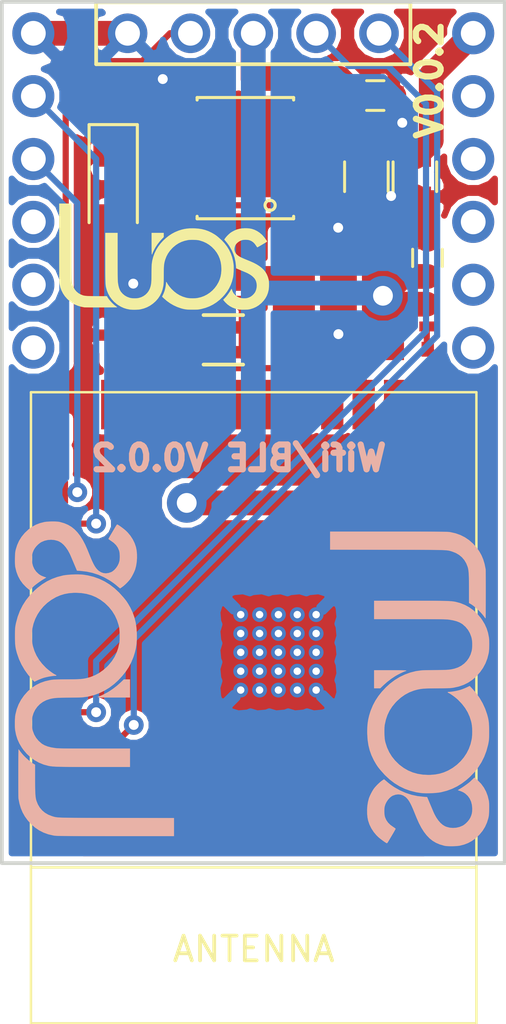
<source format=kicad_pcb>
(kicad_pcb (version 20171130) (host pcbnew "(5.0.1-3-g963ef8bb5)")

  (general
    (thickness 1.6)
    (drawings 6)
    (tracks 125)
    (zones 0)
    (modules 26)
    (nets 55)
  )

  (page A4)
  (layers
    (0 F.Cu signal)
    (31 B.Cu signal)
    (32 B.Adhes user hide)
    (33 F.Adhes user hide)
    (34 B.Paste user hide)
    (35 F.Paste user hide)
    (36 B.SilkS user hide)
    (37 F.SilkS user)
    (38 B.Mask user hide)
    (39 F.Mask user hide)
    (40 Dwgs.User user hide)
    (41 Cmts.User user hide)
    (42 Eco1.User user hide)
    (43 Eco2.User user hide)
    (44 Edge.Cuts user)
    (45 Margin user hide)
    (46 B.CrtYd user hide)
    (47 F.CrtYd user hide)
    (48 B.Fab user)
    (49 F.Fab user)
  )

  (setup
    (last_trace_width 0.25)
    (trace_clearance 0.2)
    (zone_clearance 0.2)
    (zone_45_only no)
    (trace_min 0.2)
    (segment_width 0.2)
    (edge_width 0.15)
    (via_size 0.8)
    (via_drill 0.4)
    (via_min_size 0.4)
    (via_min_drill 0.3)
    (uvia_size 0.3)
    (uvia_drill 0.1)
    (uvias_allowed no)
    (uvia_min_size 0.2)
    (uvia_min_drill 0.1)
    (pcb_text_width 0.3)
    (pcb_text_size 1.5 1.5)
    (mod_edge_width 0.15)
    (mod_text_size 1 1)
    (mod_text_width 0.15)
    (pad_size 1.524 1.524)
    (pad_drill 0.762)
    (pad_to_mask_clearance 0.051)
    (solder_mask_min_width 0.25)
    (aux_axis_origin 0 0)
    (grid_origin 97.79 90.17)
    (visible_elements FFFFFF7F)
    (pcbplotparams
      (layerselection 0x010fc_ffffffff)
      (usegerberextensions false)
      (usegerberattributes false)
      (usegerberadvancedattributes false)
      (creategerberjobfile false)
      (excludeedgelayer true)
      (linewidth 0.100000)
      (plotframeref false)
      (viasonmask false)
      (mode 1)
      (useauxorigin false)
      (hpglpennumber 1)
      (hpglpenspeed 20)
      (hpglpendiameter 15.000000)
      (psnegative false)
      (psa4output false)
      (plotreference true)
      (plotvalue true)
      (plotinvisibletext false)
      (padsonsilk false)
      (subtractmaskfromsilk false)
      (outputformat 1)
      (mirror false)
      (drillshape 0)
      (scaleselection 1)
      (outputdirectory "Gerber/"))
  )

  (net 0 "")
  (net 1 +3V3)
  (net 2 "Net-(J1-Pad2)")
  (net 3 "Net-(J1-Pad4)")
  (net 4 "Net-(J1-Pad1)")
  (net 5 GND)
  (net 6 "Net-(J1-Pad11)")
  (net 7 /TX_L0)
  (net 8 "Net-(J1-Pad3)")
  (net 9 "Net-(J1-Pad10)")
  (net 10 "Net-(J1-Pad12)")
  (net 11 /RX_L0)
  (net 12 "Net-(C1-Pad1)")
  (net 13 "Net-(R2-Pad1)")
  (net 14 /prog_mode)
  (net 15 "Net-(U1-Pad4)")
  (net 16 "Net-(U1-Pad5)")
  (net 17 "Net-(U1-Pad6)")
  (net 18 "Net-(U1-Pad7)")
  (net 19 "Net-(U1-Pad8)")
  (net 20 "Net-(U1-Pad9)")
  (net 21 "Net-(U1-Pad10)")
  (net 22 "Net-(U1-Pad11)")
  (net 23 "Net-(U1-Pad12)")
  (net 24 "Net-(U1-Pad13)")
  (net 25 "Net-(U1-Pad14)")
  (net 26 "Net-(U1-Pad17)")
  (net 27 "Net-(U1-Pad18)")
  (net 28 "Net-(U1-Pad19)")
  (net 29 "Net-(U1-Pad20)")
  (net 30 "Net-(U1-Pad21)")
  (net 31 "Net-(U1-Pad22)")
  (net 32 "Net-(U1-Pad26)")
  (net 33 "Net-(U1-Pad29)")
  (net 34 "Net-(U1-Pad30)")
  (net 35 "Net-(U1-Pad31)")
  (net 36 "Net-(U1-Pad32)")
  (net 37 "Net-(U1-Pad33)")
  (net 38 /TX)
  (net 39 /RX)
  (net 40 "Net-(U1-Pad36)")
  (net 41 "Net-(U1-Pad37)")
  (net 42 "Net-(R3-Pad2)")
  (net 43 "Net-(D1-Pad1)")
  (net 44 "Net-(D1-Pad3)")
  (net 45 "Net-(R5-Pad1)")
  (net 46 "Net-(J1-Pad5)")
  (net 47 VCC)
  (net 48 "Net-(Cboot1-Pad2)")
  (net 49 "Net-(Cboot1-Pad1)")
  (net 50 "Net-(U2-Pad3)")
  (net 51 "Net-(Css1-Pad1)")
  (net 52 "Net-(Rfbb1-Pad1)")
  (net 53 "Net-(Ccomp2-Pad2)")
  (net 54 "Net-(Ccomp1-Pad1)")

  (net_class Default "Ceci est la Netclass par défaut."
    (clearance 0.2)
    (trace_width 0.25)
    (via_dia 0.8)
    (via_drill 0.4)
    (uvia_dia 0.3)
    (uvia_drill 0.1)
    (add_net /RX)
    (add_net /RX_L0)
    (add_net /TX)
    (add_net /TX_L0)
    (add_net /prog_mode)
    (add_net "Net-(C1-Pad1)")
    (add_net "Net-(Cboot1-Pad1)")
    (add_net "Net-(Ccomp1-Pad1)")
    (add_net "Net-(Ccomp2-Pad2)")
    (add_net "Net-(Css1-Pad1)")
    (add_net "Net-(D1-Pad1)")
    (add_net "Net-(D1-Pad3)")
    (add_net "Net-(J1-Pad1)")
    (add_net "Net-(J1-Pad10)")
    (add_net "Net-(J1-Pad11)")
    (add_net "Net-(J1-Pad12)")
    (add_net "Net-(J1-Pad2)")
    (add_net "Net-(J1-Pad3)")
    (add_net "Net-(J1-Pad4)")
    (add_net "Net-(J1-Pad5)")
    (add_net "Net-(R2-Pad1)")
    (add_net "Net-(R3-Pad2)")
    (add_net "Net-(R5-Pad1)")
    (add_net "Net-(Rfbb1-Pad1)")
    (add_net "Net-(U1-Pad10)")
    (add_net "Net-(U1-Pad11)")
    (add_net "Net-(U1-Pad12)")
    (add_net "Net-(U1-Pad13)")
    (add_net "Net-(U1-Pad14)")
    (add_net "Net-(U1-Pad17)")
    (add_net "Net-(U1-Pad18)")
    (add_net "Net-(U1-Pad19)")
    (add_net "Net-(U1-Pad20)")
    (add_net "Net-(U1-Pad21)")
    (add_net "Net-(U1-Pad22)")
    (add_net "Net-(U1-Pad26)")
    (add_net "Net-(U1-Pad29)")
    (add_net "Net-(U1-Pad30)")
    (add_net "Net-(U1-Pad31)")
    (add_net "Net-(U1-Pad32)")
    (add_net "Net-(U1-Pad33)")
    (add_net "Net-(U1-Pad36)")
    (add_net "Net-(U1-Pad37)")
    (add_net "Net-(U1-Pad4)")
    (add_net "Net-(U1-Pad5)")
    (add_net "Net-(U1-Pad6)")
    (add_net "Net-(U1-Pad7)")
    (add_net "Net-(U1-Pad8)")
    (add_net "Net-(U1-Pad9)")
    (add_net "Net-(U2-Pad3)")
  )

  (net_class power ""
    (clearance 0.2)
    (trace_width 1)
    (via_dia 1.6)
    (via_drill 0.8)
    (uvia_dia 0.3)
    (uvia_drill 0.1)
    (add_net +3V3)
    (add_net GND)
    (add_net "Net-(Cboot1-Pad2)")
    (add_net VCC)
  )

  (module Common_Footprint:l0_Shield_Socket locked (layer F.Cu) (tedit 5E8B88BC) (tstamp 5C45C947)
    (at 87.63 97.79)
    (path /5C41F646)
    (fp_text reference J1 (at 0 0.5) (layer F.SilkS) hide
      (effects (font (size 1 1) (thickness 0.15)))
    )
    (fp_text value l0_Socket (at 0 -0.5) (layer F.Fab) hide
      (effects (font (size 1 1) (thickness 0.15)))
    )
    (pad 5 thru_hole circle (at 8.8875 -3.81 270) (size 1.7 1.7) (drill 1) (layers *.Cu *.Mask)
      (net 46 "Net-(J1-Pad5)"))
    (pad 6 thru_hole circle (at 8.8875 -6.35 270) (size 1.7 1.7) (drill 1) (layers *.Cu *.Mask)
      (net 47 VCC))
    (pad 2 thru_hole circle (at 8.8875 3.81 270) (size 1.7 1.7) (drill 1) (layers *.Cu *.Mask)
      (net 2 "Net-(J1-Pad2)"))
    (pad 4 thru_hole circle (at 8.8875 -1.27 270) (size 1.7 1.7) (drill 1) (layers *.Cu *.Mask)
      (net 3 "Net-(J1-Pad4)"))
    (pad 1 thru_hole circle (at 8.8875 6.35 270) (size 1.7 1.7) (drill 1) (layers *.Cu *.Mask)
      (net 4 "Net-(J1-Pad1)"))
    (pad 7 thru_hole circle (at -8.8875 -6.35 270) (size 1.7 1.7) (drill 1) (layers *.Cu *.Mask)
      (net 5 GND))
    (pad 11 thru_hole circle (at -8.8875 3.81 270) (size 1.7 1.7) (drill 1) (layers *.Cu *.Mask)
      (net 6 "Net-(J1-Pad11)"))
    (pad 9 thru_hole circle (at -8.8875 -1.27 270) (size 1.7 1.7) (drill 1) (layers *.Cu *.Mask)
      (net 7 /TX_L0))
    (pad 3 thru_hole circle (at 8.8875 1.27 270) (size 1.7 1.7) (drill 1) (layers *.Cu *.Mask)
      (net 8 "Net-(J1-Pad3)"))
    (pad 10 thru_hole circle (at -8.8875 1.27 270) (size 1.7 1.7) (drill 1) (layers *.Cu *.Mask)
      (net 9 "Net-(J1-Pad10)"))
    (pad 12 thru_hole circle (at -8.8875 6.35 270) (size 1.7 1.7) (drill 1) (layers *.Cu *.Mask)
      (net 10 "Net-(J1-Pad12)"))
    (pad 8 thru_hole circle (at -8.8875 -3.81 270) (size 1.7 1.7) (drill 1) (layers *.Cu *.Mask)
      (net 11 /RX_L0))
  )

  (module Common_Footprint:SOD-123F (layer F.Cu) (tedit 5C9B55DF) (tstamp 5C55E481)
    (at 81.97 97.59 270)
    (path /5C614663)
    (fp_text reference D2 (at 0.033082 -0.008167) (layer F.Fab)
      (effects (font (size 0.5 0.5) (thickness 0.125)))
    )
    (fp_text value D_Schottky (at 0 -4.2 270) (layer F.Fab)
      (effects (font (size 1 1) (thickness 0.15)))
    )
    (fp_line (start -0.254 -0.508) (end -0.254 0.508) (layer F.Fab) (width 0.1))
    (fp_line (start -0.254 0) (end 0.508 -0.508) (layer F.Fab) (width 0.1))
    (fp_line (start 0.508 0.508) (end -0.254 0) (layer F.Fab) (width 0.1))
    (fp_line (start 0.508 -0.508) (end 0.508 0.508) (layer F.Fab) (width 0.1))
    (fp_line (start -1.27 0.762) (end -1.27 -0.762) (layer F.Fab) (width 0.1))
    (fp_line (start 1.27 0.762) (end -1.27 0.762) (layer F.Fab) (width 0.1))
    (fp_line (start 1.27 -0.762) (end 1.27 0.762) (layer F.Fab) (width 0.1))
    (fp_line (start -1.27 -0.762) (end 1.27 -0.762) (layer F.Fab) (width 0.1))
    (fp_line (start -2.46 -0.975) (end -2.46 0.975) (layer F.SilkS) (width 0.125))
    (fp_line (start 1.5 0.975) (end -2.46 0.975) (layer F.SilkS) (width 0.125))
    (fp_line (start -2.46 -0.975) (end 1.5 -0.975) (layer F.SilkS) (width 0.125))
    (pad 2 smd rect (at 1.51 0 90) (size 1.5 1.6) (layers F.Cu F.Paste F.Mask)
      (net 5 GND))
    (pad 1 smd rect (at -1.51 0 270) (size 1.5 1.6) (layers F.Cu F.Paste F.Mask)
      (net 48 "Net-(Cboot1-Pad2)"))
    (model ${KISYS3DMOD}/SOD-123F.step
      (at (xyz 0 0 0))
      (scale (xyz 1 1 1))
      (rotate (xyz 0 0 -90))
    )
  )

  (module Common_Footprint:Luos_logo (layer B.Cu) (tedit 5B9B947A) (tstamp 5C560ADB)
    (at 81.21 117.155 90)
    (fp_text reference "" (at 0 0 90) (layer B.SilkS) hide
      (effects (font (size 1.524 1.524) (thickness 0.3)) (justify mirror))
    )
    (fp_text value "" (at 0.75 0 90) (layer B.SilkS) hide
      (effects (font (size 1.524 1.524) (thickness 0.3)) (justify mirror))
    )
    (fp_poly (pts (xy -0.3937 1.190556) (xy -0.515682 1.063469) (xy -0.646801 0.916102) (xy -0.770563 0.756235)
      (xy -0.87912 0.59407) (xy -0.888375 0.578885) (xy -0.921354 0.521666) (xy -0.957124 0.455255)
      (xy -0.993092 0.384963) (xy -1.02666 0.316101) (xy -1.055232 0.253981) (xy -1.076213 0.203913)
      (xy -1.086417 0.173716) (xy -1.093033 0.150862) (xy -1.098683 0.139971) (xy -1.103436 0.142406)
      (xy -1.107363 0.159532) (xy -1.110533 0.192712) (xy -1.113017 0.24331) (xy -1.114885 0.31269)
      (xy -1.116207 0.402215) (xy -1.117053 0.51325) (xy -1.117493 0.647157) (xy -1.1176 0.780301)
      (xy -1.1176 1.4351) (xy -0.3937 1.4351) (xy -0.3937 1.190556)) (layer B.SilkS) (width 0.01))
    (fp_poly (pts (xy -5.991204 0.904876) (xy -5.990731 0.615337) (xy -5.9903 0.350043) (xy -5.989877 0.107834)
      (xy -5.989431 -0.112445) (xy -5.988928 -0.311951) (xy -5.988338 -0.491841) (xy -5.987626 -0.653272)
      (xy -5.986761 -0.7974) (xy -5.985711 -0.925383) (xy -5.984442 -1.038377) (xy -5.982922 -1.137538)
      (xy -5.98112 -1.224025) (xy -5.979002 -1.298992) (xy -5.976535 -1.363598) (xy -5.973689 -1.418998)
      (xy -5.97043 -1.466351) (xy -5.966725 -1.506811) (xy -5.962543 -1.541537) (xy -5.95785 -1.571685)
      (xy -5.952615 -1.598412) (xy -5.946805 -1.622874) (xy -5.940387 -1.646229) (xy -5.93333 -1.669632)
      (xy -5.9256 -1.694242) (xy -5.917597 -1.719815) (xy -5.859637 -1.867488) (xy -5.782368 -1.999008)
      (xy -5.686658 -2.113504) (xy -5.573373 -2.210104) (xy -5.44338 -2.287936) (xy -5.297547 -2.34613)
      (xy -5.293005 -2.347542) (xy -5.249811 -2.359463) (xy -5.202224 -2.369539) (xy -5.147894 -2.377909)
      (xy -5.084469 -2.384711) (xy -5.0096 -2.390081) (xy -4.920934 -2.394159) (xy -4.816123 -2.397082)
      (xy -4.692815 -2.398988) (xy -4.548659 -2.400014) (xy -4.393181 -2.4003) (xy -3.836053 -2.4003)
      (xy -3.81589 -2.43929) (xy -3.772216 -2.511725) (xy -3.712167 -2.594145) (xy -3.640042 -2.68178)
      (xy -3.560141 -2.769859) (xy -3.476761 -2.853612) (xy -3.394203 -2.928267) (xy -3.3274 -2.981364)
      (xy -3.284256 -3.013269) (xy -3.248433 -3.040174) (xy -3.225235 -3.058079) (xy -3.220085 -3.062352)
      (xy -3.23077 -3.063788) (xy -3.264532 -3.065114) (xy -3.319047 -3.066327) (xy -3.391992 -3.067424)
      (xy -3.481045 -3.068401) (xy -3.583882 -3.069257) (xy -3.69818 -3.069988) (xy -3.821615 -3.070591)
      (xy -3.951866 -3.071063) (xy -4.086608 -3.071402) (xy -4.223518 -3.071604) (xy -4.360274 -3.071666)
      (xy -4.494551 -3.071586) (xy -4.624028 -3.071361) (xy -4.746381 -3.070988) (xy -4.859287 -3.070463)
      (xy -4.960422 -3.069784) (xy -5.047464 -3.068949) (xy -5.118089 -3.067953) (xy -5.169974 -3.066794)
      (xy -5.200797 -3.06547) (xy -5.207 -3.064848) (xy -5.41071 -3.023882) (xy -5.59588 -2.96851)
      (xy -5.765992 -2.89699) (xy -5.924524 -2.80758) (xy -6.074956 -2.698539) (xy -6.220767 -2.568125)
      (xy -6.24269 -2.546376) (xy -6.375093 -2.395596) (xy -6.486748 -2.230445) (xy -6.577229 -2.051785)
      (xy -6.646111 -1.860483) (xy -6.692969 -1.657401) (xy -6.699093 -1.61925) (xy -6.701461 -1.600838)
      (xy -6.703629 -1.577792) (xy -6.705606 -1.549016) (xy -6.707402 -1.513413) (xy -6.709023 -1.469887)
      (xy -6.710479 -1.41734) (xy -6.711777 -1.354677) (xy -6.712928 -1.280801) (xy -6.713938 -1.194615)
      (xy -6.714817 -1.095023) (xy -6.715572 -0.980928) (xy -6.716213 -0.851234) (xy -6.716747 -0.704844)
      (xy -6.717184 -0.540662) (xy -6.717532 -0.35759) (xy -6.717799 -0.154533) (xy -6.717993 0.069606)
      (xy -6.718123 0.315924) (xy -6.718198 0.585517) (xy -6.718226 0.860425) (xy -6.7183 3.2131)
      (xy -6.356679 3.213101) (xy -5.995058 3.213101) (xy -5.991204 0.904876)) (layer B.SilkS) (width 0.01))
    (fp_poly (pts (xy 4.671245 1.716286) (xy 4.823697 1.701936) (xy 4.955046 1.675878) (xy 5.112537 1.622409)
      (xy 5.266868 1.546597) (xy 5.413163 1.451438) (xy 5.546547 1.339932) (xy 5.615056 1.270067)
      (xy 5.653045 1.226104) (xy 5.695097 1.17391) (xy 5.738239 1.117611) (xy 5.7795 1.061334)
      (xy 5.815906 1.009204) (xy 5.844485 0.965348) (xy 5.862265 0.93389) (xy 5.866726 0.92075)
      (xy 5.856588 0.908041) (xy 5.830301 0.88788) (xy 5.800364 0.868778) (xy 5.768377 0.849826)
      (xy 5.719293 0.820733) (xy 5.657863 0.784315) (xy 5.588838 0.74339) (xy 5.516969 0.700773)
      (xy 5.516514 0.700503) (xy 5.449397 0.661045) (xy 5.389467 0.626462) (xy 5.34023 0.598725)
      (xy 5.305191 0.579804) (xy 5.287857 0.571669) (xy 5.286956 0.5715) (xy 5.275309 0.581556)
      (xy 5.254145 0.608503) (xy 5.227112 0.647511) (xy 5.212601 0.669925) (xy 5.128756 0.785387)
      (xy 5.037832 0.877313) (xy 4.938221 0.94697) (xy 4.828315 0.995625) (xy 4.782056 1.009248)
      (xy 4.720744 1.020019) (xy 4.643528 1.026383) (xy 4.559545 1.028212) (xy 4.477928 1.025377)
      (xy 4.407812 1.017748) (xy 4.39165 1.014769) (xy 4.294386 0.984959) (xy 4.198458 0.937921)
      (xy 4.109059 0.877498) (xy 4.031379 0.807536) (xy 3.970613 0.731879) (xy 3.943231 0.682759)
      (xy 3.904798 0.572381) (xy 3.891098 0.464412) (xy 3.901941 0.360296) (xy 3.937136 0.261481)
      (xy 3.996492 0.169411) (xy 4.013614 0.149261) (xy 4.0612 0.101257) (xy 4.117082 0.055759)
      (xy 4.184113 0.011126) (xy 4.265145 -0.034282) (xy 4.36303 -0.082106) (xy 4.480622 -0.133987)
      (xy 4.572 -0.171893) (xy 4.641943 -0.200358) (xy 4.723397 -0.233525) (xy 4.804352 -0.266504)
      (xy 4.8514 -0.285678) (xy 5.058641 -0.37737) (xy 5.242493 -0.47413) (xy 5.40463 -0.576927)
      (xy 5.546731 -0.686731) (xy 5.5499 -0.689451) (xy 5.669809 -0.805263) (xy 5.769304 -0.929722)
      (xy 5.850242 -1.06604) (xy 5.914485 -1.217429) (xy 5.96389 -1.387102) (xy 5.970518 -1.41605)
      (xy 5.978953 -1.472427) (xy 5.984471 -1.547731) (xy 5.987133 -1.635662) (xy 5.986999 -1.729922)
      (xy 5.984132 -1.824212) (xy 5.978593 -1.912233) (xy 5.970442 -1.987686) (xy 5.964624 -2.022791)
      (xy 5.919574 -2.200074) (xy 5.856386 -2.362985) (xy 5.773341 -2.514572) (xy 5.668717 -2.657879)
      (xy 5.540795 -2.795955) (xy 5.513308 -2.822232) (xy 5.366675 -2.942665) (xy 5.205829 -3.04208)
      (xy 5.030995 -3.120354) (xy 4.87045 -3.170456) (xy 4.821158 -3.182294) (xy 4.775533 -3.191103)
      (xy 4.728014 -3.197433) (xy 4.673038 -3.201834) (xy 4.605042 -3.204855) (xy 4.518463 -3.207047)
      (xy 4.4958 -3.207483) (xy 4.374712 -3.208484) (xy 4.276921 -3.206505) (xy 4.200488 -3.201477)
      (xy 4.1529 -3.19512) (xy 3.961898 -3.149359) (xy 3.784933 -3.082602) (xy 3.622294 -2.995015)
      (xy 3.474274 -2.886765) (xy 3.341162 -2.758018) (xy 3.295373 -2.704761) (xy 3.222545 -2.615744)
      (xy 3.290532 -2.542947) (xy 3.323603 -2.507737) (xy 3.349936 -2.480074) (xy 3.364774 -2.464945)
      (xy 3.366017 -2.4638) (xy 3.387812 -2.440998) (xy 3.420322 -2.401568) (xy 3.460207 -2.350036)
      (xy 3.504129 -2.290933) (xy 3.548749 -2.228786) (xy 3.590728 -2.168123) (xy 3.626726 -2.113474)
      (xy 3.639894 -2.092362) (xy 3.725227 -1.952354) (xy 3.75273 -2.033452) (xy 3.781857 -2.111479)
      (xy 3.812366 -2.174302) (xy 3.849427 -2.231833) (xy 3.871308 -2.260793) (xy 3.960967 -2.354901)
      (xy 4.06643 -2.429646) (xy 4.186401 -2.484449) (xy 4.319587 -2.518728) (xy 4.46469 -2.531905)
      (xy 4.47675 -2.53203) (xy 4.577046 -2.528831) (xy 4.662982 -2.516761) (xy 4.744699 -2.493642)
      (xy 4.83234 -2.457297) (xy 4.8387 -2.454323) (xy 4.916205 -2.408484) (xy 4.995414 -2.345336)
      (xy 5.069483 -2.27149) (xy 5.131564 -2.193554) (xy 5.164305 -2.13995) (xy 5.215916 -2.01593)
      (xy 5.246664 -1.884104) (xy 5.25641 -1.749164) (xy 5.245016 -1.615804) (xy 5.212344 -1.488718)
      (xy 5.185386 -1.423471) (xy 5.128301 -1.329959) (xy 5.048062 -1.238544) (xy 4.946916 -1.15103)
      (xy 4.827108 -1.069219) (xy 4.690883 -0.994913) (xy 4.600564 -0.953991) (xy 4.548193 -0.931922)
      (xy 4.478864 -0.902663) (xy 4.399004 -0.868928) (xy 4.315044 -0.833434) (xy 4.2418 -0.802446)
      (xy 4.00685 -0.703005) (xy 3.997749 -0.567599) (xy 3.968789 -0.31509) (xy 3.916301 -0.071787)
      (xy 3.839976 0.163226) (xy 3.739505 0.390869) (xy 3.614579 0.612057) (xy 3.583482 0.6604)
      (xy 3.541028 0.722616) (xy 3.494462 0.78711) (xy 3.4501 0.845309) (xy 3.421112 0.880793)
      (xy 3.383678 0.924588) (xy 3.349153 0.965248) (xy 3.323388 0.995874) (xy 3.317731 1.002693)
      (xy 3.289013 1.037551) (xy 3.33985 1.112501) (xy 3.38862 1.176502) (xy 3.452109 1.24829)
      (xy 3.524011 1.321402) (xy 3.598018 1.389377) (xy 3.6576 1.438084) (xy 3.71524 1.47724)
      (xy 3.789037 1.520521) (xy 3.871104 1.563852) (xy 3.953558 1.603159) (xy 4.028514 1.634369)
      (xy 4.056994 1.644455) (xy 4.197005 1.6813) (xy 4.350791 1.70572) (xy 4.51124 1.717465)
      (xy 4.671245 1.716286)) (layer B.SilkS) (width 0.01))
    (fp_poly (pts (xy 1.459355 1.710961) (xy 1.693227 1.695943) (xy 1.91159 1.663242) (xy 2.118146 1.611787)
      (xy 2.3166 1.540508) (xy 2.510655 1.448334) (xy 2.654424 1.365535) (xy 2.706714 1.332845)
      (xy 2.749014 1.305101) (xy 2.787654 1.27769) (xy 2.828963 1.245999) (xy 2.879273 1.205418)
      (xy 2.918909 1.172821) (xy 3.115553 0.996369) (xy 3.288496 0.811037) (xy 3.438005 0.616352)
      (xy 3.564346 0.411844) (xy 3.667788 0.19704) (xy 3.748595 -0.028532) (xy 3.807036 -0.265343)
      (xy 3.836164 -0.449105) (xy 3.844282 -0.544875) (xy 3.84792 -0.658059) (xy 3.847346 -0.781856)
      (xy 3.842829 -0.909462) (xy 3.834637 -1.034076) (xy 3.823038 -1.148893) (xy 3.8083 -1.247113)
      (xy 3.803797 -1.27) (xy 3.745137 -1.497981) (xy 3.667018 -1.712584) (xy 3.568212 -1.916106)
      (xy 3.447492 -2.110844) (xy 3.303632 -2.299095) (xy 3.18103 -2.43613) (xy 2.996877 -2.612792)
      (xy 2.801743 -2.766727) (xy 2.594892 -2.898339) (xy 2.375587 -3.008033) (xy 2.143091 -3.096212)
      (xy 1.896667 -3.163281) (xy 1.8288 -3.177594) (xy 1.77976 -3.186821) (xy 1.734336 -3.193886)
      (xy 1.687988 -3.19907) (xy 1.636179 -3.202654) (xy 1.574371 -3.204918) (xy 1.498024 -3.206143)
      (xy 1.402602 -3.206608) (xy 1.3589 -3.206645) (xy 1.232376 -3.205922) (xy 1.126097 -3.20332)
      (xy 1.034937 -3.198233) (xy 0.953775 -3.190059) (xy 0.877485 -3.178194) (xy 0.800943 -3.162034)
      (xy 0.719027 -3.140976) (xy 0.6604 -3.124354) (xy 0.432995 -3.045385) (xy 0.211401 -2.943189)
      (xy -0.000798 -2.81984) (xy -0.200021 -2.677414) (xy -0.376718 -2.523727) (xy -0.480385 -2.424326)
      (xy -0.418808 -2.294838) (xy -0.38779 -2.224612) (xy -0.356347 -2.145106) (xy -0.329412 -2.069105)
      (xy -0.319462 -2.037379) (xy -0.299725 -1.962645) (xy -0.281014 -1.877636) (xy -0.264578 -1.789552)
      (xy -0.251667 -1.705595) (xy -0.243531 -1.632966) (xy -0.2413 -1.587115) (xy -0.238463 -1.550531)
      (xy -0.230242 -1.538528) (xy -0.217072 -1.55128) (xy -0.206065 -1.572926) (xy -0.178105 -1.625781)
      (xy -0.136427 -1.691378) (xy -0.085027 -1.764252) (xy -0.027901 -1.838943) (xy 0.030955 -1.909986)
      (xy 0.080187 -1.964292) (xy 0.23843 -2.115007) (xy 0.402531 -2.241637) (xy 0.574179 -2.345153)
      (xy 0.755066 -2.426525) (xy 0.946883 -2.486725) (xy 1.019382 -2.503494) (xy 1.119425 -2.519198)
      (xy 1.235972 -2.528706) (xy 1.360873 -2.531936) (xy 1.485978 -2.528805) (xy 1.603137 -2.51923)
      (xy 1.667724 -2.510103) (xy 1.865892 -2.463702) (xy 2.056143 -2.39401) (xy 2.236687 -2.302387)
      (xy 2.405736 -2.190193) (xy 2.561498 -2.058786) (xy 2.702183 -1.909527) (xy 2.826002 -1.743775)
      (xy 2.931164 -1.56289) (xy 2.941063 -1.54305) (xy 3.011761 -1.378189) (xy 3.063128 -1.209059)
      (xy 3.096142 -1.031168) (xy 3.111776 -0.840021) (xy 3.113402 -0.7493) (xy 3.102328 -0.528183)
      (xy 3.06888 -0.318929) (xy 3.012884 -0.121056) (xy 2.934165 0.065916) (xy 2.832551 0.242466)
      (xy 2.707865 0.409076) (xy 2.682868 0.43815) (xy 2.533048 0.590665) (xy 2.37041 0.721263)
      (xy 2.194765 0.830058) (xy 2.005925 0.917162) (xy 1.8037 0.982686) (xy 1.7399 0.998265)
      (xy 1.676007 1.008925) (xy 1.59327 1.017113) (xy 1.498134 1.022704) (xy 1.397045 1.025577)
      (xy 1.296449 1.025609) (xy 1.202793 1.022676) (xy 1.122522 1.016656) (xy 1.0795 1.010845)
      (xy 0.874847 0.965058) (xy 0.686026 0.900411) (xy 0.510507 0.815596) (xy 0.345762 0.709308)
      (xy 0.189266 0.58024) (xy 0.122819 0.516349) (xy -0.017876 0.359072) (xy -0.135068 0.192933)
      (xy -0.229516 0.016593) (xy -0.301977 -0.17129) (xy -0.336714 -0.296328) (xy -0.349574 -0.35302)
      (xy -0.360283 -0.408156) (xy -0.369044 -0.464765) (xy -0.376055 -0.525877) (xy -0.381517 -0.594522)
      (xy -0.385632 -0.673729) (xy -0.3886 -0.766529) (xy -0.390621 -0.875951) (xy -0.391897 -1.005025)
      (xy -0.392571 -1.139879) (xy -0.393157 -1.268919) (xy -0.394027 -1.37583) (xy -0.395324 -1.463879)
      (xy -0.397188 -1.536338) (xy -0.399761 -1.596474) (xy -0.403185 -1.647559) (xy -0.4076 -1.692861)
      (xy -0.413148 -1.735651) (xy -0.419971 -1.779196) (xy -0.420311 -1.781229) (xy -0.466673 -1.988444)
      (xy -0.534016 -2.181417) (xy -0.62248 -2.360426) (xy -0.732206 -2.52575) (xy -0.863335 -2.677666)
      (xy -0.883334 -2.697806) (xy -1.045524 -2.84174) (xy -1.217976 -2.962446) (xy -1.400777 -3.059969)
      (xy -1.594014 -3.134354) (xy -1.797775 -3.185645) (xy -1.847472 -3.194397) (xy -1.910536 -3.201766)
      (xy -1.991856 -3.207092) (xy -2.084461 -3.210318) (xy -2.18138 -3.211385) (xy -2.275643 -3.210238)
      (xy -2.36028 -3.206818) (xy -2.42832 -3.201069) (xy -2.441749 -3.199286) (xy -2.63265 -3.161496)
      (xy -2.810621 -3.105104) (xy -2.980084 -3.028243) (xy -3.145458 -2.929046) (xy -3.237736 -2.863189)
      (xy -3.395924 -2.728585) (xy -3.535094 -2.577978) (xy -3.654219 -2.412973) (xy -3.752276 -2.235176)
      (xy -3.82824 -2.046191) (xy -3.878649 -1.859472) (xy -3.885384 -1.825455) (xy -3.891429 -1.790185)
      (xy -3.89682 -1.752183) (xy -3.901595 -1.709972) (xy -3.90579 -1.662074) (xy -3.909441 -1.607009)
      (xy -3.912586 -1.543302) (xy -3.915262 -1.469472) (xy -3.917504 -1.384043) (xy -3.919349 -1.285536)
      (xy -3.920835 -1.172473) (xy -3.921998 -1.043376) (xy -3.922874 -0.896767) (xy -3.923501 -0.731168)
      (xy -3.923914 -0.5451) (xy -3.924152 -0.337087) (xy -3.924249 -0.105649) (xy -3.924257 -0.022225)
      (xy -3.9243 1.4351) (xy -3.1877 1.4351) (xy -3.1877 0.001166) (xy -3.187663 -0.22546)
      (xy -3.187539 -0.428192) (xy -3.187308 -0.608534) (xy -3.186952 -0.767993) (xy -3.18645 -0.908073)
      (xy -3.185785 -1.03028) (xy -3.184936 -1.136119) (xy -3.183885 -1.227096) (xy -3.182612 -1.304716)
      (xy -3.181098 -1.370484) (xy -3.179324 -1.425905) (xy -3.177271 -1.472486) (xy -3.174919 -1.511731)
      (xy -3.17225 -1.545146) (xy -3.169243 -1.574236) (xy -3.167402 -1.589221) (xy -3.13994 -1.753134)
      (xy -3.102783 -1.89476) (xy -3.055465 -2.015477) (xy -2.99752 -2.116663) (xy -2.98065 -2.13995)
      (xy -2.87434 -2.259887) (xy -2.753964 -2.358678) (xy -2.619678 -2.436225) (xy -2.471635 -2.492426)
      (xy -2.40665 -2.509355) (xy -2.314473 -2.524241) (xy -2.207643 -2.531605) (xy -2.095769 -2.531447)
      (xy -1.988456 -2.523767) (xy -1.89865 -2.50932) (xy -1.751192 -2.463929) (xy -1.615432 -2.396989)
      (xy -1.493303 -2.310374) (xy -1.386734 -2.205955) (xy -1.297654 -2.085604) (xy -1.227996 -1.951195)
      (xy -1.182092 -1.814264) (xy -1.168102 -1.756605) (xy -1.156582 -1.701925) (xy -1.147276 -1.646893)
      (xy -1.139925 -1.588178) (xy -1.134273 -1.522448) (xy -1.130063 -1.446371) (xy -1.127038 -1.356618)
      (xy -1.124941 -1.249856) (xy -1.123515 -1.122753) (xy -1.122955 -1.04775) (xy -1.122004 -0.936002)
      (xy -1.120685 -0.828074) (xy -1.119071 -0.727627) (xy -1.117237 -0.638322) (xy -1.115257 -0.563817)
      (xy -1.113205 -0.507774) (xy -1.111367 -0.47625) (xy -1.079852 -0.249897) (xy -1.023919 -0.026659)
      (xy -0.944525 0.19146) (xy -0.842628 0.402458) (xy -0.719186 0.604329) (xy -0.575155 0.795071)
      (xy -0.425837 0.958449) (xy -0.249782 1.12267) (xy -0.072568 1.26358) (xy 0.10894 1.383191)
      (xy 0.29788 1.483515) (xy 0.497388 1.566562) (xy 0.55245 1.585937) (xy 0.710683 1.634545)
      (xy 0.864455 1.670642) (xy 1.020059 1.695096) (xy 1.183794 1.708774) (xy 1.361953 1.712545)
      (xy 1.459355 1.710961)) (layer B.SilkS) (width 0.01))
  )

  (module Common_Footprint:ESP32-WROOM-32D (layer F.Cu) (tedit 5C559AF0) (tstamp 5C45C9B2)
    (at 96.146 107.442 180)
    (descr https://www.espressif.com/sites/default/files/documentation/esp32-wroom-32d_esp32-wroom-32u_datasheet_en.pdf)
    (path /5C46ABE4)
    (fp_text reference U1 (at 8 -5 180) (layer F.Fab)
      (effects (font (size 1 1) (thickness 0.15)))
    )
    (fp_text value esp32 (at 12.7 -10.66 180) (layer F.Fab) hide
      (effects (font (size 1 1) (thickness 0.15)))
    )
    (fp_text user ANTENNA (at 8.5 -21 180) (layer F.SilkS)
      (effects (font (size 1 1) (thickness 0.15)))
    )
    (fp_line (start 17.5 1.5) (end 17.5 -17.7) (layer F.SilkS) (width 0.1))
    (fp_line (start -0.5 1.5) (end 17.5 1.5) (layer F.SilkS) (width 0.1))
    (fp_line (start -0.5 -17.7) (end -0.5 1.5) (layer F.SilkS) (width 0.1))
    (fp_line (start -0.5 -24) (end -0.5 -17.7) (layer F.SilkS) (width 0.1))
    (fp_line (start 17.5 -24) (end -0.5 -24) (layer F.SilkS) (width 0.1))
    (fp_line (start 17.5 -17.7) (end 17.5 -24) (layer F.SilkS) (width 0.1))
    (fp_line (start -0.5 -17.7) (end 17.5 -17.7) (layer F.SilkS) (width 0.1))
    (pad 39 thru_hole circle (at 9.024 -10.534 180) (size 0.6 0.6) (drill 0.3) (layers *.Cu *.Mask)
      (net 5 GND))
    (pad 39 thru_hole circle (at 8.262 -10.534 180) (size 0.6 0.6) (drill 0.3) (layers *.Cu *.Mask)
      (net 5 GND))
    (pad 39 thru_hole circle (at 8.262 -9.772 180) (size 0.6 0.6) (drill 0.3) (layers *.Cu *.Mask)
      (net 5 GND))
    (pad 39 thru_hole circle (at 9.024 -9.772 180) (size 0.6 0.6) (drill 0.3) (layers *.Cu *.Mask)
      (net 5 GND))
    (pad 39 thru_hole circle (at 9.024 -9.01 180) (size 0.6 0.6) (drill 0.3) (layers *.Cu *.Mask)
      (net 5 GND))
    (pad 39 thru_hole circle (at 8.262 -9.01 180) (size 0.6 0.6) (drill 0.3) (layers *.Cu *.Mask)
      (net 5 GND))
    (pad 39 thru_hole circle (at 8.262 -8.248 180) (size 0.6 0.6) (drill 0.3) (layers *.Cu *.Mask)
      (net 5 GND))
    (pad 39 thru_hole circle (at 9.024 -8.248 180) (size 0.6 0.6) (drill 0.3) (layers *.Cu *.Mask)
      (net 5 GND))
    (pad 39 thru_hole circle (at 9.024 -7.486 180) (size 0.6 0.6) (drill 0.3) (layers *.Cu *.Mask)
      (net 5 GND))
    (pad 39 thru_hole circle (at 8.262 -7.486 180) (size 0.6 0.6) (drill 0.3) (layers *.Cu *.Mask)
      (net 5 GND))
    (pad 39 thru_hole circle (at 7.5 -7.486 180) (size 0.6 0.6) (drill 0.3) (layers *.Cu *.Mask)
      (net 5 GND))
    (pad 39 thru_hole circle (at 7.5 -8.248 180) (size 0.6 0.6) (drill 0.3) (layers *.Cu *.Mask)
      (net 5 GND))
    (pad 39 thru_hole circle (at 6.738 -8.248 180) (size 0.6 0.6) (drill 0.3) (layers *.Cu *.Mask)
      (net 5 GND))
    (pad 39 thru_hole circle (at 6.738 -7.486 180) (size 0.6 0.6) (drill 0.3) (layers *.Cu *.Mask)
      (net 5 GND))
    (pad 39 thru_hole circle (at 5.976 -7.486 180) (size 0.6 0.6) (drill 0.3) (layers *.Cu *.Mask)
      (net 5 GND))
    (pad 39 thru_hole circle (at 5.976 -8.248 180) (size 0.6 0.6) (drill 0.3) (layers *.Cu *.Mask)
      (net 5 GND))
    (pad 39 thru_hole circle (at 5.976 -9.01 180) (size 0.6 0.6) (drill 0.3) (layers *.Cu *.Mask)
      (net 5 GND))
    (pad 39 thru_hole circle (at 6.738 -9.01 180) (size 0.6 0.6) (drill 0.3) (layers *.Cu *.Mask)
      (net 5 GND))
    (pad 39 thru_hole circle (at 6.738 -9.772 180) (size 0.6 0.6) (drill 0.3) (layers *.Cu *.Mask)
      (net 5 GND))
    (pad 39 thru_hole circle (at 5.976 -9.772 180) (size 0.6 0.6) (drill 0.3) (layers *.Cu *.Mask)
      (net 5 GND))
    (pad 39 thru_hole circle (at 5.976 -10.534 180) (size 0.6 0.6) (drill 0.3) (layers *.Cu *.Mask)
      (net 5 GND))
    (pad 39 thru_hole circle (at 6.738 -10.534 180) (size 0.6 0.6) (drill 0.3) (layers *.Cu *.Mask)
      (net 5 GND))
    (pad 39 thru_hole circle (at 7.5 -10.534 180) (size 0.6 0.6) (drill 0.3) (layers *.Cu *.Mask)
      (net 5 GND))
    (pad 39 thru_hole circle (at 7.5 -9.772 180) (size 0.6 0.6) (drill 0.3) (layers *.Cu *.Mask)
      (net 5 GND))
    (pad 39 thru_hole circle (at 7.5 -9.01 180) (size 0.6 0.6) (drill 0.3) (layers *.Cu *.Mask)
      (net 5 GND))
    (pad 39 smd rect (at 7.5 -9.01 180) (size 5 5) (layers F.Cu F.Paste F.Mask)
      (net 5 GND))
    (pad 38 smd rect (at 17 -16.51 180) (size 2 0.9) (layers F.Cu F.Paste F.Mask)
      (net 5 GND))
    (pad 37 smd rect (at 17 -15.24 180) (size 2 0.9) (layers F.Cu F.Paste F.Mask)
      (net 41 "Net-(U1-Pad37)"))
    (pad 36 smd rect (at 17 -13.97 180) (size 2 0.9) (layers F.Cu F.Paste F.Mask)
      (net 40 "Net-(U1-Pad36)"))
    (pad 35 smd rect (at 17 -12.7 180) (size 2 0.9) (layers F.Cu F.Paste F.Mask)
      (net 39 /RX))
    (pad 34 smd rect (at 17 -11.43 180) (size 2 0.9) (layers F.Cu F.Paste F.Mask)
      (net 38 /TX))
    (pad 33 smd rect (at 17 -10.16 180) (size 2 0.9) (layers F.Cu F.Paste F.Mask)
      (net 37 "Net-(U1-Pad33)"))
    (pad 32 smd rect (at 17 -8.89 180) (size 2 0.9) (layers F.Cu F.Paste F.Mask)
      (net 36 "Net-(U1-Pad32)"))
    (pad 31 smd rect (at 17 -7.62 180) (size 2 0.9) (layers F.Cu F.Paste F.Mask)
      (net 35 "Net-(U1-Pad31)"))
    (pad 30 smd rect (at 17 -6.35 180) (size 2 0.9) (layers F.Cu F.Paste F.Mask)
      (net 34 "Net-(U1-Pad30)"))
    (pad 29 smd rect (at 17 -5.08 180) (size 2 0.9) (layers F.Cu F.Paste F.Mask)
      (net 33 "Net-(U1-Pad29)"))
    (pad 28 smd rect (at 17 -3.81 180) (size 2 0.9) (layers F.Cu F.Paste F.Mask)
      (net 11 /RX_L0))
    (pad 27 smd rect (at 17 -2.54 180) (size 2 0.9) (layers F.Cu F.Paste F.Mask)
      (net 7 /TX_L0))
    (pad 26 smd rect (at 17 -1.27 180) (size 2 0.9) (layers F.Cu F.Paste F.Mask)
      (net 32 "Net-(U1-Pad26)"))
    (pad 25 smd rect (at 17 0 180) (size 2 0.9) (layers F.Cu F.Paste F.Mask)
      (net 14 /prog_mode))
    (pad 24 smd rect (at 14.215 1 270) (size 2 0.9) (layers F.Cu F.Paste F.Mask)
      (net 42 "Net-(R3-Pad2)"))
    (pad 23 smd rect (at 12.945 1 270) (size 2 0.9) (layers F.Cu F.Paste F.Mask)
      (net 45 "Net-(R5-Pad1)"))
    (pad 22 smd rect (at 11.675 1 270) (size 2 0.9) (layers F.Cu F.Paste F.Mask)
      (net 31 "Net-(U1-Pad22)"))
    (pad 21 smd rect (at 10.405 1 270) (size 2 0.9) (layers F.Cu F.Paste F.Mask)
      (net 30 "Net-(U1-Pad21)"))
    (pad 20 smd rect (at 9.135 1 270) (size 2 0.9) (layers F.Cu F.Paste F.Mask)
      (net 29 "Net-(U1-Pad20)"))
    (pad 19 smd rect (at 7.865 1 270) (size 2 0.9) (layers F.Cu F.Paste F.Mask)
      (net 28 "Net-(U1-Pad19)"))
    (pad 18 smd rect (at 6.595 1 270) (size 2 0.9) (layers F.Cu F.Paste F.Mask)
      (net 27 "Net-(U1-Pad18)"))
    (pad 17 smd rect (at 5.325 1 270) (size 2 0.9) (layers F.Cu F.Paste F.Mask)
      (net 26 "Net-(U1-Pad17)"))
    (pad 16 smd rect (at 4.055 1 270) (size 2 0.9) (layers F.Cu F.Paste F.Mask)
      (net 13 "Net-(R2-Pad1)"))
    (pad 15 smd rect (at 2.785 1 270) (size 2 0.9) (layers F.Cu F.Paste F.Mask)
      (net 5 GND))
    (pad 14 smd rect (at 0 0 180) (size 2 0.9) (layers F.Cu F.Paste F.Mask)
      (net 25 "Net-(U1-Pad14)"))
    (pad 13 smd rect (at 0 -1.27 180) (size 2 0.9) (layers F.Cu F.Paste F.Mask)
      (net 24 "Net-(U1-Pad13)"))
    (pad 12 smd rect (at 0 -2.54 180) (size 2 0.9) (layers F.Cu F.Paste F.Mask)
      (net 23 "Net-(U1-Pad12)"))
    (pad 11 smd rect (at 0 -3.81 180) (size 2 0.9) (layers F.Cu F.Paste F.Mask)
      (net 22 "Net-(U1-Pad11)"))
    (pad 10 smd rect (at 0 -5.08 180) (size 2 0.9) (layers F.Cu F.Paste F.Mask)
      (net 21 "Net-(U1-Pad10)"))
    (pad 9 smd rect (at 0 -6.35 180) (size 2 0.9) (layers F.Cu F.Paste F.Mask)
      (net 20 "Net-(U1-Pad9)"))
    (pad 8 smd rect (at 0 -7.62 180) (size 2 0.9) (layers F.Cu F.Paste F.Mask)
      (net 19 "Net-(U1-Pad8)"))
    (pad 7 smd rect (at 0 -8.89 180) (size 2 0.9) (layers F.Cu F.Paste F.Mask)
      (net 18 "Net-(U1-Pad7)"))
    (pad 6 smd rect (at 0 -10.16 180) (size 2 0.9) (layers F.Cu F.Paste F.Mask)
      (net 17 "Net-(U1-Pad6)"))
    (pad 5 smd rect (at 0 -11.43 180) (size 2 0.9) (layers F.Cu F.Paste F.Mask)
      (net 16 "Net-(U1-Pad5)"))
    (pad 4 smd rect (at 0 -12.7 180) (size 2 0.9) (layers F.Cu F.Paste F.Mask)
      (net 15 "Net-(U1-Pad4)"))
    (pad 3 smd rect (at 0 -13.97 180) (size 2 0.9) (layers F.Cu F.Paste F.Mask)
      (net 12 "Net-(C1-Pad1)"))
    (pad 2 smd rect (at 0 -15.24 180) (size 2 0.9) (layers F.Cu F.Paste F.Mask)
      (net 1 +3V3))
    (pad 1 smd rect (at 0 -16.51 180) (size 2 0.9) (layers F.Cu F.Paste F.Mask)
      (net 5 GND))
    (model ${KISYS3DMOD}/ESP32-WROOM-32D.STEP
      (offset (xyz 8.5 11.25 0))
      (scale (xyz 1 1 1))
      (rotate (xyz -90 0 0))
    )
  )

  (module Common_Footprint:C_0402_NoSilk (layer F.Cu) (tedit 5E8B679F) (tstamp 5C559968)
    (at 92.26 95.175)
    (descr "Capacitor SMD 0402, reflow soldering, AVX (see smccp.pdf)")
    (tags "capacitor 0402")
    (path /5C55F848)
    (attr smd)
    (fp_text reference Css1 (at 2.6 -0.3) (layer F.SilkS) hide
      (effects (font (size 1 1) (thickness 0.15)))
    )
    (fp_text value 8.2nF (at 0 1.27) (layer F.Fab) hide
      (effects (font (size 1 1) (thickness 0.15)))
    )
    (fp_text user %R (at -0.01 0.01) (layer F.Fab)
      (effects (font (size 0.3 0.3) (thickness 0.075)))
    )
    (fp_line (start -0.5 0.25) (end -0.5 -0.25) (layer F.Fab) (width 0.1))
    (fp_line (start 0.5 0.25) (end -0.5 0.25) (layer F.Fab) (width 0.1))
    (fp_line (start 0.5 -0.25) (end 0.5 0.25) (layer F.Fab) (width 0.1))
    (fp_line (start -0.5 -0.25) (end 0.5 -0.25) (layer F.Fab) (width 0.1))
    (fp_line (start -1 -0.4) (end 1 -0.4) (layer F.CrtYd) (width 0.05))
    (fp_line (start -1 -0.4) (end -1 0.4) (layer F.CrtYd) (width 0.05))
    (fp_line (start 1 0.4) (end 1 -0.4) (layer F.CrtYd) (width 0.05))
    (fp_line (start 1 0.4) (end -1 0.4) (layer F.CrtYd) (width 0.05))
    (pad 1 smd rect (at -0.55 0) (size 0.6 0.5) (layers F.Cu F.Paste F.Mask)
      (net 51 "Net-(Css1-Pad1)"))
    (pad 2 smd rect (at 0.55 0) (size 0.6 0.5) (layers F.Cu F.Paste F.Mask)
      (net 5 GND))
    (model "${KISYS3DMOD}/0402 SMD Capacitor.step"
      (at (xyz 0 0 0))
      (scale (xyz 1 1 1))
      (rotate (xyz -90 0 0))
    )
  )

  (module Common_Footprint:C_0402_NoSilk (layer F.Cu) (tedit 5E8B679F) (tstamp 5C559959)
    (at 82.04 94.265 90)
    (descr "Capacitor SMD 0402, reflow soldering, AVX (see smccp.pdf)")
    (tags "capacitor 0402")
    (path /5C55F678)
    (attr smd)
    (fp_text reference Ccomp2 (at 2.6 -0.3 90) (layer F.SilkS) hide
      (effects (font (size 1 1) (thickness 0.15)))
    )
    (fp_text value 33pf (at 0 1.27 90) (layer F.Fab) hide
      (effects (font (size 1 1) (thickness 0.15)))
    )
    (fp_text user %R (at -0.01 0.01 90) (layer F.Fab)
      (effects (font (size 0.3 0.3) (thickness 0.075)))
    )
    (fp_line (start -0.5 0.25) (end -0.5 -0.25) (layer F.Fab) (width 0.1))
    (fp_line (start 0.5 0.25) (end -0.5 0.25) (layer F.Fab) (width 0.1))
    (fp_line (start 0.5 -0.25) (end 0.5 0.25) (layer F.Fab) (width 0.1))
    (fp_line (start -0.5 -0.25) (end 0.5 -0.25) (layer F.Fab) (width 0.1))
    (fp_line (start -1 -0.4) (end 1 -0.4) (layer F.CrtYd) (width 0.05))
    (fp_line (start -1 -0.4) (end -1 0.4) (layer F.CrtYd) (width 0.05))
    (fp_line (start 1 0.4) (end 1 -0.4) (layer F.CrtYd) (width 0.05))
    (fp_line (start 1 0.4) (end -1 0.4) (layer F.CrtYd) (width 0.05))
    (pad 1 smd rect (at -0.55 0 90) (size 0.6 0.5) (layers F.Cu F.Paste F.Mask)
      (net 5 GND))
    (pad 2 smd rect (at 0.55 0 90) (size 0.6 0.5) (layers F.Cu F.Paste F.Mask)
      (net 53 "Net-(Ccomp2-Pad2)"))
    (model "${KISYS3DMOD}/0402 SMD Capacitor.step"
      (at (xyz 0 0 0))
      (scale (xyz 1 1 1))
      (rotate (xyz -90 0 0))
    )
  )

  (module Common_Footprint:C_0402_NoSilk (layer F.Cu) (tedit 5E8B679F) (tstamp 5C55994A)
    (at 81.12 94.265 270)
    (descr "Capacitor SMD 0402, reflow soldering, AVX (see smccp.pdf)")
    (tags "capacitor 0402")
    (path /5C55F7CA)
    (attr smd)
    (fp_text reference Ccomp1 (at 2.6 -0.3 270) (layer F.SilkS) hide
      (effects (font (size 1 1) (thickness 0.15)))
    )
    (fp_text value 1.8nF (at 0 1.27 270) (layer F.Fab) hide
      (effects (font (size 1 1) (thickness 0.15)))
    )
    (fp_text user %R (at -0.01 0.01 270) (layer F.Fab)
      (effects (font (size 0.3 0.3) (thickness 0.075)))
    )
    (fp_line (start -0.5 0.25) (end -0.5 -0.25) (layer F.Fab) (width 0.1))
    (fp_line (start 0.5 0.25) (end -0.5 0.25) (layer F.Fab) (width 0.1))
    (fp_line (start 0.5 -0.25) (end 0.5 0.25) (layer F.Fab) (width 0.1))
    (fp_line (start -0.5 -0.25) (end 0.5 -0.25) (layer F.Fab) (width 0.1))
    (fp_line (start -1 -0.4) (end 1 -0.4) (layer F.CrtYd) (width 0.05))
    (fp_line (start -1 -0.4) (end -1 0.4) (layer F.CrtYd) (width 0.05))
    (fp_line (start 1 0.4) (end 1 -0.4) (layer F.CrtYd) (width 0.05))
    (fp_line (start 1 0.4) (end -1 0.4) (layer F.CrtYd) (width 0.05))
    (pad 1 smd rect (at -0.55 0 270) (size 0.6 0.5) (layers F.Cu F.Paste F.Mask)
      (net 54 "Net-(Ccomp1-Pad1)"))
    (pad 2 smd rect (at 0.55 0 270) (size 0.6 0.5) (layers F.Cu F.Paste F.Mask)
      (net 5 GND))
    (model "${KISYS3DMOD}/0402 SMD Capacitor.step"
      (at (xyz 0 0 0))
      (scale (xyz 1 1 1))
      (rotate (xyz -90 0 0))
    )
  )

  (module Common_Footprint:C_0402_NoSilk (layer F.Cu) (tedit 5E8B679F) (tstamp 5C55992E)
    (at 94.68 104.755 270)
    (descr "Capacitor SMD 0402, reflow soldering, AVX (see smccp.pdf)")
    (tags "capacitor 0402")
    (path /5C422935)
    (attr smd)
    (fp_text reference C1 (at 2.6 -0.3 270) (layer F.SilkS) hide
      (effects (font (size 1 1) (thickness 0.15)))
    )
    (fp_text value 100nf (at 0 1.27 270) (layer F.Fab) hide
      (effects (font (size 1 1) (thickness 0.15)))
    )
    (fp_text user %R (at -0.01 0.01 270) (layer F.Fab)
      (effects (font (size 0.3 0.3) (thickness 0.075)))
    )
    (fp_line (start -0.5 0.25) (end -0.5 -0.25) (layer F.Fab) (width 0.1))
    (fp_line (start 0.5 0.25) (end -0.5 0.25) (layer F.Fab) (width 0.1))
    (fp_line (start 0.5 -0.25) (end 0.5 0.25) (layer F.Fab) (width 0.1))
    (fp_line (start -0.5 -0.25) (end 0.5 -0.25) (layer F.Fab) (width 0.1))
    (fp_line (start -1 -0.4) (end 1 -0.4) (layer F.CrtYd) (width 0.05))
    (fp_line (start -1 -0.4) (end -1 0.4) (layer F.CrtYd) (width 0.05))
    (fp_line (start 1 0.4) (end 1 -0.4) (layer F.CrtYd) (width 0.05))
    (fp_line (start 1 0.4) (end -1 0.4) (layer F.CrtYd) (width 0.05))
    (pad 1 smd rect (at -0.55 0 270) (size 0.6 0.5) (layers F.Cu F.Paste F.Mask)
      (net 12 "Net-(C1-Pad1)"))
    (pad 2 smd rect (at 0.55 0 270) (size 0.6 0.5) (layers F.Cu F.Paste F.Mask)
      (net 5 GND))
    (model "${KISYS3DMOD}/0402 SMD Capacitor.step"
      (at (xyz 0 0 0))
      (scale (xyz 1 1 1))
      (rotate (xyz -90 0 0))
    )
  )

  (module Common_Footprint:C_0603 (layer F.Cu) (tedit 5D513C21) (tstamp 5C55EC1F)
    (at 92.56 93.955)
    (descr "Capacitor SMD 0603, reflow soldering, AVX (see smccp.pdf)")
    (tags "capacitor 0603")
    (path /5C618923)
    (attr smd)
    (fp_text reference Cout2 (at -2 0 90) (layer F.SilkS) hide
      (effects (font (size 1 1) (thickness 0.125)))
    )
    (fp_text value 22uF (at 0 1.5) (layer F.Fab) hide
      (effects (font (size 1 1) (thickness 0.125)))
    )
    (fp_line (start 1.4 0.65) (end -1.4 0.65) (layer F.CrtYd) (width 0.05))
    (fp_line (start 1.4 0.65) (end 1.4 -0.65) (layer F.CrtYd) (width 0.05))
    (fp_line (start -1.4 -0.65) (end -1.4 0.65) (layer F.CrtYd) (width 0.05))
    (fp_line (start -1.4 -0.65) (end 1.4 -0.65) (layer F.CrtYd) (width 0.05))
    (fp_line (start 0.35 0.6) (end -0.35 0.6) (layer F.SilkS) (width 0.12))
    (fp_line (start -0.35 -0.6) (end 0.35 -0.6) (layer F.SilkS) (width 0.12))
    (fp_line (start -0.8 -0.4) (end 0.8 -0.4) (layer F.Fab) (width 0.1))
    (fp_line (start 0.8 -0.4) (end 0.8 0.4) (layer F.Fab) (width 0.1))
    (fp_line (start 0.8 0.4) (end -0.8 0.4) (layer F.Fab) (width 0.1))
    (fp_line (start -0.8 0.4) (end -0.8 -0.4) (layer F.Fab) (width 0.1))
    (fp_text user %R (at 0 0) (layer F.Fab)
      (effects (font (size 0.4 0.4) (thickness 0.1)))
    )
    (pad 2 smd rect (at 0.75 0) (size 0.8 0.75) (layers F.Cu F.Paste F.Mask)
      (net 5 GND))
    (pad 1 smd rect (at -0.75 0) (size 0.8 0.75) (layers F.Cu F.Paste F.Mask)
      (net 1 +3V3))
    (model "${KISYS3DMOD}/0603 SMD Capacitor.step"
      (at (xyz 0 0 0))
      (scale (xyz 1 1 1))
      (rotate (xyz 0 0 0))
    )
  )

  (module Common_Footprint:C_0603 (layer F.Cu) (tedit 5D513C21) (tstamp 5C55991C)
    (at 94.67 100.515 90)
    (descr "Capacitor SMD 0603, reflow soldering, AVX (see smccp.pdf)")
    (tags "capacitor 0603")
    (path /5C5706FB)
    (attr smd)
    (fp_text reference Cout1 (at -2 0 180) (layer F.SilkS) hide
      (effects (font (size 1 1) (thickness 0.125)))
    )
    (fp_text value 22uF (at 0 1.5 90) (layer F.Fab) hide
      (effects (font (size 1 1) (thickness 0.125)))
    )
    (fp_line (start 1.4 0.65) (end -1.4 0.65) (layer F.CrtYd) (width 0.05))
    (fp_line (start 1.4 0.65) (end 1.4 -0.65) (layer F.CrtYd) (width 0.05))
    (fp_line (start -1.4 -0.65) (end -1.4 0.65) (layer F.CrtYd) (width 0.05))
    (fp_line (start -1.4 -0.65) (end 1.4 -0.65) (layer F.CrtYd) (width 0.05))
    (fp_line (start 0.35 0.6) (end -0.35 0.6) (layer F.SilkS) (width 0.12))
    (fp_line (start -0.35 -0.6) (end 0.35 -0.6) (layer F.SilkS) (width 0.12))
    (fp_line (start -0.8 -0.4) (end 0.8 -0.4) (layer F.Fab) (width 0.1))
    (fp_line (start 0.8 -0.4) (end 0.8 0.4) (layer F.Fab) (width 0.1))
    (fp_line (start 0.8 0.4) (end -0.8 0.4) (layer F.Fab) (width 0.1))
    (fp_line (start -0.8 0.4) (end -0.8 -0.4) (layer F.Fab) (width 0.1))
    (fp_text user %R (at 0 0 90) (layer F.Fab)
      (effects (font (size 0.4 0.4) (thickness 0.1)))
    )
    (pad 2 smd rect (at 0.75 0 90) (size 0.8 0.75) (layers F.Cu F.Paste F.Mask)
      (net 5 GND))
    (pad 1 smd rect (at -0.75 0 90) (size 0.8 0.75) (layers F.Cu F.Paste F.Mask)
      (net 1 +3V3))
    (model "${KISYS3DMOD}/0603 SMD Capacitor.step"
      (at (xyz 0 0 0))
      (scale (xyz 1 1 1))
      (rotate (xyz 0 0 0))
    )
  )

  (module Common_Footprint:R_0402_NoSilk (layer F.Cu) (tedit 5E8B6747) (tstamp 5C559895)
    (at 87.17 93.265 180)
    (descr "Resistor SMD 0402, reflow soldering, Vishay (see dcrcw.pdf)")
    (tags "resistor 0402")
    (path /5C570B14)
    (attr smd)
    (fp_text reference Rfbt1 (at 0 0 180) (layer F.Fab)
      (effects (font (size 0.25 0.25) (thickness 0.0625)))
    )
    (fp_text value 10.2K (at 0 1.25 180) (layer F.Fab) hide
      (effects (font (size 1 1) (thickness 0.15)))
    )
    (fp_line (start 0.8 0.45) (end -0.8 0.45) (layer F.CrtYd) (width 0.05))
    (fp_line (start 0.8 0.45) (end 0.8 -0.45) (layer F.CrtYd) (width 0.05))
    (fp_line (start -0.8 -0.45) (end -0.8 0.45) (layer F.CrtYd) (width 0.05))
    (fp_line (start -0.8 -0.45) (end 0.8 -0.45) (layer F.CrtYd) (width 0.05))
    (fp_line (start -0.5 -0.25) (end 0.5 -0.25) (layer F.Fab) (width 0.1))
    (fp_line (start 0.5 -0.25) (end 0.5 0.25) (layer F.Fab) (width 0.1))
    (fp_line (start 0.5 0.25) (end -0.5 0.25) (layer F.Fab) (width 0.1))
    (fp_line (start -0.5 0.25) (end -0.5 -0.25) (layer F.Fab) (width 0.1))
    (pad 2 smd rect (at 0.45 0 180) (size 0.4 0.6) (layers F.Cu F.Paste F.Mask)
      (net 52 "Net-(Rfbb1-Pad1)"))
    (pad 1 smd rect (at -0.45 0 180) (size 0.4 0.6) (layers F.Cu F.Paste F.Mask)
      (net 1 +3V3))
    (model "${KISYS3DMOD}/0402 SMD Resistor.step"
      (at (xyz 0 0 0))
      (scale (xyz 1 1 1))
      (rotate (xyz 0 0 90))
    )
  )

  (module Common_Footprint:R_0402_NoSilk (layer F.Cu) (tedit 5E8B6747) (tstamp 5C559887)
    (at 85.29 93.275 180)
    (descr "Resistor SMD 0402, reflow soldering, Vishay (see dcrcw.pdf)")
    (tags "resistor 0402")
    (path /5C570C99)
    (attr smd)
    (fp_text reference Rfbb1 (at 0 0 180) (layer F.Fab)
      (effects (font (size 0.25 0.25) (thickness 0.0625)))
    )
    (fp_text value 3.24k (at 0 1.25 180) (layer F.Fab) hide
      (effects (font (size 1 1) (thickness 0.15)))
    )
    (fp_line (start 0.8 0.45) (end -0.8 0.45) (layer F.CrtYd) (width 0.05))
    (fp_line (start 0.8 0.45) (end 0.8 -0.45) (layer F.CrtYd) (width 0.05))
    (fp_line (start -0.8 -0.45) (end -0.8 0.45) (layer F.CrtYd) (width 0.05))
    (fp_line (start -0.8 -0.45) (end 0.8 -0.45) (layer F.CrtYd) (width 0.05))
    (fp_line (start -0.5 -0.25) (end 0.5 -0.25) (layer F.Fab) (width 0.1))
    (fp_line (start 0.5 -0.25) (end 0.5 0.25) (layer F.Fab) (width 0.1))
    (fp_line (start 0.5 0.25) (end -0.5 0.25) (layer F.Fab) (width 0.1))
    (fp_line (start -0.5 0.25) (end -0.5 -0.25) (layer F.Fab) (width 0.1))
    (pad 2 smd rect (at 0.45 0 180) (size 0.4 0.6) (layers F.Cu F.Paste F.Mask)
      (net 5 GND))
    (pad 1 smd rect (at -0.45 0 180) (size 0.4 0.6) (layers F.Cu F.Paste F.Mask)
      (net 52 "Net-(Rfbb1-Pad1)"))
    (model "${KISYS3DMOD}/0402 SMD Resistor.step"
      (at (xyz 0 0 0))
      (scale (xyz 1 1 1))
      (rotate (xyz 0 0 90))
    )
  )

  (module Common_Footprint:R_0402_NoSilk (layer F.Cu) (tedit 5E8B6747) (tstamp 5C559879)
    (at 83.05 94.065 90)
    (descr "Resistor SMD 0402, reflow soldering, Vishay (see dcrcw.pdf)")
    (tags "resistor 0402")
    (path /5C55FA4E)
    (attr smd)
    (fp_text reference Rcomp1 (at 0 0 90) (layer F.Fab)
      (effects (font (size 0.25 0.25) (thickness 0.0625)))
    )
    (fp_text value 18.7k (at 0 1.25 90) (layer F.Fab) hide
      (effects (font (size 1 1) (thickness 0.15)))
    )
    (fp_line (start 0.8 0.45) (end -0.8 0.45) (layer F.CrtYd) (width 0.05))
    (fp_line (start 0.8 0.45) (end 0.8 -0.45) (layer F.CrtYd) (width 0.05))
    (fp_line (start -0.8 -0.45) (end -0.8 0.45) (layer F.CrtYd) (width 0.05))
    (fp_line (start -0.8 -0.45) (end 0.8 -0.45) (layer F.CrtYd) (width 0.05))
    (fp_line (start -0.5 -0.25) (end 0.5 -0.25) (layer F.Fab) (width 0.1))
    (fp_line (start 0.5 -0.25) (end 0.5 0.25) (layer F.Fab) (width 0.1))
    (fp_line (start 0.5 0.25) (end -0.5 0.25) (layer F.Fab) (width 0.1))
    (fp_line (start -0.5 0.25) (end -0.5 -0.25) (layer F.Fab) (width 0.1))
    (pad 2 smd rect (at 0.45 0 90) (size 0.4 0.6) (layers F.Cu F.Paste F.Mask)
      (net 54 "Net-(Ccomp1-Pad1)"))
    (pad 1 smd rect (at -0.45 0 90) (size 0.4 0.6) (layers F.Cu F.Paste F.Mask)
      (net 53 "Net-(Ccomp2-Pad2)"))
    (model "${KISYS3DMOD}/0402 SMD Resistor.step"
      (at (xyz 0 0 0))
      (scale (xyz 1 1 1))
      (rotate (xyz 0 0 90))
    )
  )

  (module Common_Footprint:R_0402_NoSilk (layer F.Cu) (tedit 5E8B6747) (tstamp 5C5597E9)
    (at 85.19 100.875 270)
    (descr "Resistor SMD 0402, reflow soldering, Vishay (see dcrcw.pdf)")
    (tags "resistor 0402")
    (path /5C57049C)
    (attr smd)
    (fp_text reference Cboot1 (at 0 0 270) (layer F.Fab)
      (effects (font (size 0.25 0.25) (thickness 0.0625)))
    )
    (fp_text value 100nF (at 0 1.25 270) (layer F.Fab) hide
      (effects (font (size 1 1) (thickness 0.15)))
    )
    (fp_line (start 0.8 0.45) (end -0.8 0.45) (layer F.CrtYd) (width 0.05))
    (fp_line (start 0.8 0.45) (end 0.8 -0.45) (layer F.CrtYd) (width 0.05))
    (fp_line (start -0.8 -0.45) (end -0.8 0.45) (layer F.CrtYd) (width 0.05))
    (fp_line (start -0.8 -0.45) (end 0.8 -0.45) (layer F.CrtYd) (width 0.05))
    (fp_line (start -0.5 -0.25) (end 0.5 -0.25) (layer F.Fab) (width 0.1))
    (fp_line (start 0.5 -0.25) (end 0.5 0.25) (layer F.Fab) (width 0.1))
    (fp_line (start 0.5 0.25) (end -0.5 0.25) (layer F.Fab) (width 0.1))
    (fp_line (start -0.5 0.25) (end -0.5 -0.25) (layer F.Fab) (width 0.1))
    (pad 2 smd rect (at 0.45 0 270) (size 0.4 0.6) (layers F.Cu F.Paste F.Mask)
      (net 48 "Net-(Cboot1-Pad2)"))
    (pad 1 smd rect (at -0.45 0 270) (size 0.4 0.6) (layers F.Cu F.Paste F.Mask)
      (net 49 "Net-(Cboot1-Pad1)"))
    (model "${KISYS3DMOD}/0402 SMD Resistor.step"
      (at (xyz 0 0 0))
      (scale (xyz 1 1 1))
      (rotate (xyz 0 0 90))
    )
  )

  (module Common_Footprint:R_0805 (layer F.Cu) (tedit 5BE5A41E) (tstamp 5C5597DB)
    (at 92.2 97.235 270)
    (descr "Resistor SMD 0805, hand soldering")
    (tags "resistor 0805")
    (path /5C557FCE)
    (attr smd)
    (fp_text reference Cin2 (at -0.04 1.67 270) (layer F.SilkS) hide
      (effects (font (size 0.75 0.75) (thickness 0.15)))
    )
    (fp_text value 10uf (at 0.08 3.86 270) (layer F.Fab) hide
      (effects (font (size 1 1) (thickness 0.15)))
    )
    (fp_text user %R (at 0 0 270) (layer F.Fab)
      (effects (font (size 0.5 0.5) (thickness 0.075)))
    )
    (fp_line (start -1 0.62) (end -1 -0.62) (layer F.Fab) (width 0.1))
    (fp_line (start 1 0.62) (end -1 0.62) (layer F.Fab) (width 0.1))
    (fp_line (start 1 -0.62) (end 1 0.62) (layer F.Fab) (width 0.1))
    (fp_line (start -1 -0.62) (end 1 -0.62) (layer F.Fab) (width 0.1))
    (fp_line (start 0.6 0.88) (end -0.6 0.88) (layer F.SilkS) (width 0.12))
    (fp_line (start -0.6 -0.88) (end 0.6 -0.88) (layer F.SilkS) (width 0.12))
    (fp_line (start -1.5 -0.9) (end 1.5 -0.9) (layer F.CrtYd) (width 0.05))
    (fp_line (start -1.5 -0.9) (end -1.5 0.9) (layer F.CrtYd) (width 0.05))
    (fp_line (start 1.5 0.9) (end 1.5 -0.9) (layer F.CrtYd) (width 0.05))
    (fp_line (start 1.5 0.9) (end -1.5 0.9) (layer F.CrtYd) (width 0.05))
    (pad 1 smd rect (at -0.8 0 270) (size 0.8 1.3) (layers F.Cu F.Paste F.Mask)
      (net 47 VCC))
    (pad 2 smd rect (at 0.8 0 270) (size 0.8 1.3) (layers F.Cu F.Paste F.Mask)
      (net 5 GND))
    (model "${KISYS3DMOD}/0805 SMD Resistor.STEP"
      (at (xyz 0 0 0))
      (scale (xyz 1 1 1))
      (rotate (xyz -90 0 0))
    )
  )

  (module Common_Footprint:R_0805 (layer F.Cu) (tedit 5BE5A41E) (tstamp 5C5597CA)
    (at 94.16 97.235 270)
    (descr "Resistor SMD 0805, hand soldering")
    (tags "resistor 0805")
    (path /5C557C87)
    (attr smd)
    (fp_text reference Cin1 (at -0.04 1.67 270) (layer F.SilkS) hide
      (effects (font (size 0.75 0.75) (thickness 0.15)))
    )
    (fp_text value 10uf (at 0.08 3.86 270) (layer F.Fab) hide
      (effects (font (size 1 1) (thickness 0.15)))
    )
    (fp_text user %R (at 0 0 270) (layer F.Fab)
      (effects (font (size 0.5 0.5) (thickness 0.075)))
    )
    (fp_line (start -1 0.62) (end -1 -0.62) (layer F.Fab) (width 0.1))
    (fp_line (start 1 0.62) (end -1 0.62) (layer F.Fab) (width 0.1))
    (fp_line (start 1 -0.62) (end 1 0.62) (layer F.Fab) (width 0.1))
    (fp_line (start -1 -0.62) (end 1 -0.62) (layer F.Fab) (width 0.1))
    (fp_line (start 0.6 0.88) (end -0.6 0.88) (layer F.SilkS) (width 0.12))
    (fp_line (start -0.6 -0.88) (end 0.6 -0.88) (layer F.SilkS) (width 0.12))
    (fp_line (start -1.5 -0.9) (end 1.5 -0.9) (layer F.CrtYd) (width 0.05))
    (fp_line (start -1.5 -0.9) (end -1.5 0.9) (layer F.CrtYd) (width 0.05))
    (fp_line (start 1.5 0.9) (end 1.5 -0.9) (layer F.CrtYd) (width 0.05))
    (fp_line (start 1.5 0.9) (end -1.5 0.9) (layer F.CrtYd) (width 0.05))
    (pad 1 smd rect (at -0.8 0 270) (size 0.8 1.3) (layers F.Cu F.Paste F.Mask)
      (net 47 VCC))
    (pad 2 smd rect (at 0.8 0 270) (size 0.8 1.3) (layers F.Cu F.Paste F.Mask)
      (net 5 GND))
    (model "${KISYS3DMOD}/0805 SMD Resistor.STEP"
      (at (xyz 0 0 0))
      (scale (xyz 1 1 1))
      (rotate (xyz -90 0 0))
    )
  )

  (module Common_Footprint:SO8 (layer F.Cu) (tedit 5D513BFC) (tstamp 5C5597B9)
    (at 87.31 96.485 90)
    (path /5C55CE6B)
    (fp_text reference U2 (at 0 1 90) (layer F.Fab) hide
      (effects (font (size 1 1) (thickness 0.15)))
    )
    (fp_text value TPS54232 (at 0 -0.5 90) (layer F.Fab) hide
      (effects (font (size 1 1) (thickness 0.15)))
    )
    (fp_circle (center -1.905 1.016) (end -1.651 1.016) (layer F.Fab) (width 0.1))
    (fp_line (start -2.413 -1.905) (end 2.413 -1.905) (layer F.Fab) (width 0.1))
    (fp_line (start -2.413 1.905) (end -2.413 -1.905) (layer F.Fab) (width 0.1))
    (fp_line (start 2.413 1.905) (end -2.413 1.905) (layer F.Fab) (width 0.1))
    (fp_line (start 2.413 -1.905) (end 2.413 1.905) (layer F.Fab) (width 0.1))
    (fp_line (start 2.35 -1.95) (end 2.45 -1.95) (layer F.SilkS) (width 0.125))
    (fp_line (start 2.45 -1.95) (end 2.45 1.95) (layer F.SilkS) (width 0.125))
    (fp_line (start -2.45 1.95) (end -2.45 -1.95) (layer F.SilkS) (width 0.125))
    (fp_circle (center -1.905 1) (end -1.7 1) (layer F.SilkS) (width 0.125))
    (fp_line (start -2.35 1.95) (end -2.45 1.95) (layer F.SilkS) (width 0.125))
    (fp_line (start 2.35 1.95) (end 2.45 1.95) (layer F.SilkS) (width 0.125))
    (fp_line (start -2.35 -1.95) (end -2.45 -1.95) (layer F.SilkS) (width 0.125))
    (pad 1 smd rect (at -1.905 2.525 90) (size 0.61 1.77) (layers F.Cu F.Paste F.Mask)
      (net 49 "Net-(Cboot1-Pad1)"))
    (pad 2 smd rect (at -0.635 2.525 90) (size 0.61 1.77) (layers F.Cu F.Paste F.Mask)
      (net 47 VCC))
    (pad 3 smd rect (at 0.635 2.525 90) (size 0.61 1.77) (layers F.Cu F.Paste F.Mask)
      (net 50 "Net-(U2-Pad3)"))
    (pad 4 smd rect (at 1.905 2.525 90) (size 0.61 1.77) (layers F.Cu F.Paste F.Mask)
      (net 51 "Net-(Css1-Pad1)"))
    (pad 5 smd rect (at 1.905 -2.525 270) (size 0.61 1.77) (layers F.Cu F.Paste F.Mask)
      (net 52 "Net-(Rfbb1-Pad1)"))
    (pad 7 smd rect (at -0.635 -2.525 270) (size 0.61 1.77) (layers F.Cu F.Paste F.Mask)
      (net 5 GND))
    (pad 8 smd rect (at -1.905 -2.525 270) (size 0.61 1.77) (layers F.Cu F.Paste F.Mask)
      (net 48 "Net-(Cboot1-Pad2)"))
    (pad 6 smd rect (at 0.635 -2.525 270) (size 0.61 1.77) (layers F.Cu F.Paste F.Mask)
      (net 53 "Net-(Ccomp2-Pad2)"))
    (model ${KISYS3DMOD}/SO8.step
      (at (xyz 0 0 0))
      (scale (xyz 1 1 1))
      (rotate (xyz 0 0 -90))
    )
  )

  (module Common_Footprint:SRR4528A (layer F.Cu) (tedit 5C557B69) (tstamp 5C55979D)
    (at 91.07 102.045)
    (descr http://www.farnell.com/datasheets/2622459.pdf?_ga=2.62515500.140983587.1549034064-506460182.1534760965)
    (path /5C57678E)
    (fp_text reference L1 (at 0.2 0) (layer F.Fab)
      (effects (font (size 0.5 0.5) (thickness 0.125)))
    )
    (fp_text value 12uH (at 0.3 -3.4) (layer F.Fab) hide
      (effects (font (size 1 1) (thickness 0.15)))
    )
    (fp_line (start 2.5 -2.5) (end -2.5 -2.5) (layer F.CrtYd) (width 0.1))
    (fp_line (start 2.5 2.5) (end 2.5 -2.5) (layer F.CrtYd) (width 0.1))
    (fp_line (start -2.5 2.5) (end 2.5 2.5) (layer F.CrtYd) (width 0.1))
    (fp_line (start -2.5 -2.5) (end -2.5 2.5) (layer F.CrtYd) (width 0.1))
    (pad 2 smd rect (at 1.8 0) (size 1.7 5.2) (layers F.Cu F.Paste F.Mask)
      (net 1 +3V3))
    (pad 1 smd rect (at -1.8 0) (size 1.7 5.2) (layers F.Cu F.Paste F.Mask)
      (net 48 "Net-(Cboot1-Pad2)"))
    (model ${KISYS3DMOD}/SRR4528A.stp
      (offset (xyz 0 0 2.65))
      (scale (xyz 1 1 1))
      (rotate (xyz 0 0 0))
    )
  )

  (module Common_Footprint:KPTB-1615ESGC (layer F.Cu) (tedit 5C6D6199) (tstamp 5C560CCD)
    (at 86.42 103.825 180)
    (path /5C46CECC)
    (fp_text reference D1 (at 0 -0.127 -90) (layer F.Fab)
      (effects (font (size 1 1) (thickness 0.15)))
    )
    (fp_text value KPTB-1615ESGC (at 0 -1.65 180) (layer F.Fab) hide
      (effects (font (size 1 1) (thickness 0.15)))
    )
    (fp_circle (center 0.4445 -0.508) (end 0.4445 -0.381) (layer F.Fab) (width 0.1))
    (fp_line (start -0.254 0.254) (end -0.254 0.635) (layer F.Fab) (width 0.1))
    (fp_line (start -0.1905 0.4445) (end 0.127 0.254) (layer F.Fab) (width 0.1))
    (fp_line (start 0.127 0.635) (end -0.1905 0.4445) (layer F.Fab) (width 0.1))
    (fp_line (start 0.127 0.254) (end 0.127 0.635) (layer F.Fab) (width 0.1))
    (fp_line (start -0.254 -0.635) (end -0.254 -0.254) (layer F.Fab) (width 0.1))
    (fp_line (start -0.1905 -0.4445) (end 0.127 -0.635) (layer F.Fab) (width 0.1))
    (fp_line (start 0.127 -0.254) (end -0.1905 -0.4445) (layer F.Fab) (width 0.1))
    (fp_line (start 0.127 -0.635) (end 0.127 -0.254) (layer F.Fab) (width 0.1))
    (fp_line (start -0.6985 0.762) (end -0.6985 -0.762) (layer F.Fab) (width 0.1))
    (fp_line (start 0.6985 0.762) (end -0.6985 0.762) (layer F.Fab) (width 0.1))
    (fp_line (start 0.6985 -0.762) (end 0.6985 0.762) (layer F.Fab) (width 0.1))
    (fp_line (start -0.6985 -0.762) (end 0.6985 -0.762) (layer F.Fab) (width 0.1))
    (fp_line (start 0.8 -1) (end -0.8 -1) (layer F.SilkS) (width 0.15))
    (fp_line (start 0.8 1) (end -0.8 1) (layer F.SilkS) (width 0.15))
    (pad 1 smd rect (at 0.875 -0.5 180) (size 0.85 0.5) (layers F.Cu F.Paste F.Mask)
      (net 43 "Net-(D1-Pad1)"))
    (pad 2 smd rect (at -0.875 -0.5 180) (size 0.85 0.5) (layers F.Cu F.Paste F.Mask)
      (net 5 GND))
    (pad 3 smd rect (at 0.875 0.5 180) (size 0.85 0.5) (layers F.Cu F.Paste F.Mask)
      (net 44 "Net-(D1-Pad3)"))
    (pad 4 smd rect (at -0.875 0.5 180) (size 0.85 0.5) (layers F.Cu F.Paste F.Mask)
      (net 5 GND))
    (model ${KISYS3DMOD}/APTB1615.STEP
      (offset (xyz 0 0 0.1))
      (scale (xyz 1 1 1))
      (rotate (xyz -90 0 0))
    )
  )

  (module Common_Footprint:R_0402_NoSilk (layer F.Cu) (tedit 5E8B6747) (tstamp 5C45F124)
    (at 83.01 104.085 90)
    (descr "Resistor SMD 0402, reflow soldering, Vishay (see dcrcw.pdf)")
    (tags "resistor 0402")
    (path /5C470B09)
    (attr smd)
    (fp_text reference R5 (at 0 0 90) (layer F.Fab)
      (effects (font (size 0.25 0.25) (thickness 0.0625)))
    )
    (fp_text value 56 (at 0 1.25 90) (layer F.Fab) hide
      (effects (font (size 1 1) (thickness 0.15)))
    )
    (fp_line (start 0.8 0.45) (end -0.8 0.45) (layer F.CrtYd) (width 0.05))
    (fp_line (start 0.8 0.45) (end 0.8 -0.45) (layer F.CrtYd) (width 0.05))
    (fp_line (start -0.8 -0.45) (end -0.8 0.45) (layer F.CrtYd) (width 0.05))
    (fp_line (start -0.8 -0.45) (end 0.8 -0.45) (layer F.CrtYd) (width 0.05))
    (fp_line (start -0.5 -0.25) (end 0.5 -0.25) (layer F.Fab) (width 0.1))
    (fp_line (start 0.5 -0.25) (end 0.5 0.25) (layer F.Fab) (width 0.1))
    (fp_line (start 0.5 0.25) (end -0.5 0.25) (layer F.Fab) (width 0.1))
    (fp_line (start -0.5 0.25) (end -0.5 -0.25) (layer F.Fab) (width 0.1))
    (pad 2 smd rect (at 0.45 0 90) (size 0.4 0.6) (layers F.Cu F.Paste F.Mask)
      (net 44 "Net-(D1-Pad3)"))
    (pad 1 smd rect (at -0.45 0 90) (size 0.4 0.6) (layers F.Cu F.Paste F.Mask)
      (net 45 "Net-(R5-Pad1)"))
    (model "${KISYS3DMOD}/0402 SMD Resistor.step"
      (at (xyz 0 0 0))
      (scale (xyz 1 1 1))
      (rotate (xyz 0 0 90))
    )
  )

  (module Common_Footprint:826926-5 (layer F.Cu) (tedit 5D19D994) (tstamp 5C45D7FB)
    (at 87.63 91.44)
    (path /5C46BA63)
    (fp_text reference J2 (at -4.3 2.2) (layer F.Fab) hide
      (effects (font (size 1 1) (thickness 0.15)))
    )
    (fp_text value Header5Contacts (at -2.5 -2) (layer F.Fab) hide
      (effects (font (size 1 1) (thickness 0.15)))
    )
    (fp_line (start -6.35 -1.25) (end -6.35 1.25) (layer F.SilkS) (width 0.15))
    (fp_line (start 6.35 -1.25) (end 6.35 1.25) (layer F.SilkS) (width 0.15))
    (fp_line (start -6.35 1.25) (end 6.35 1.25) (layer F.SilkS) (width 0.15))
    (fp_line (start -6.35 -1.25) (end 6.35 -1.25) (layer F.SilkS) (width 0.15))
    (pad 5 thru_hole circle (at 5.08 0) (size 1.6 1.6) (drill 1) (layers *.Cu *.Mask)
      (net 39 /RX))
    (pad 4 thru_hole circle (at 2.54 0) (size 1.6 1.6) (drill 1) (layers *.Cu *.Mask)
      (net 38 /TX))
    (pad 3 thru_hole circle (at 0 0) (size 1.6 1.6) (drill 1) (layers *.Cu *.Mask)
      (net 1 +3V3))
    (pad 2 thru_hole circle (at -2.54 0) (size 1.6 1.6) (drill 1) (layers *.Cu *.Mask)
      (net 14 /prog_mode))
    (pad 1 thru_hole circle (at -5.08 0) (size 1.6 1.6) (drill 1) (layers *.Cu *.Mask)
      (net 5 GND))
    (model ${KISYS3DMOD}/Connector_5cts_p2.54-826629-5.stp
      (offset (xyz 0.04999999924907534 0 2.89999995644637))
      (scale (xyz 1 1 1))
      (rotate (xyz 0 0 0))
    )
  )

  (module Common_Footprint:R_0402_NoSilk (layer F.Cu) (tedit 5E8B6747) (tstamp 5C45C971)
    (at 81.92 104.085 270)
    (descr "Resistor SMD 0402, reflow soldering, Vishay (see dcrcw.pdf)")
    (tags "resistor 0402")
    (path /5C4591FC)
    (attr smd)
    (fp_text reference R3 (at 0 0 270) (layer F.Fab)
      (effects (font (size 0.25 0.25) (thickness 0.0625)))
    )
    (fp_text value 10K (at 0 1.25 270) (layer F.Fab) hide
      (effects (font (size 1 1) (thickness 0.15)))
    )
    (fp_line (start 0.8 0.45) (end -0.8 0.45) (layer F.CrtYd) (width 0.05))
    (fp_line (start 0.8 0.45) (end 0.8 -0.45) (layer F.CrtYd) (width 0.05))
    (fp_line (start -0.8 -0.45) (end -0.8 0.45) (layer F.CrtYd) (width 0.05))
    (fp_line (start -0.8 -0.45) (end 0.8 -0.45) (layer F.CrtYd) (width 0.05))
    (fp_line (start -0.5 -0.25) (end 0.5 -0.25) (layer F.Fab) (width 0.1))
    (fp_line (start 0.5 -0.25) (end 0.5 0.25) (layer F.Fab) (width 0.1))
    (fp_line (start 0.5 0.25) (end -0.5 0.25) (layer F.Fab) (width 0.1))
    (fp_line (start -0.5 0.25) (end -0.5 -0.25) (layer F.Fab) (width 0.1))
    (pad 2 smd rect (at 0.45 0 270) (size 0.4 0.6) (layers F.Cu F.Paste F.Mask)
      (net 42 "Net-(R3-Pad2)"))
    (pad 1 smd rect (at -0.45 0 270) (size 0.4 0.6) (layers F.Cu F.Paste F.Mask)
      (net 5 GND))
    (model "${KISYS3DMOD}/0402 SMD Resistor.step"
      (at (xyz 0 0 0))
      (scale (xyz 1 1 1))
      (rotate (xyz 0 0 90))
    )
  )

  (module Common_Footprint:R_0402_NoSilk (layer F.Cu) (tedit 5E8B6747) (tstamp 5C45D3C1)
    (at 84.06 104.085 90)
    (descr "Resistor SMD 0402, reflow soldering, Vishay (see dcrcw.pdf)")
    (tags "resistor 0402")
    (path /5C4709CA)
    (attr smd)
    (fp_text reference R2 (at 0 0 90) (layer F.Fab)
      (effects (font (size 0.25 0.25) (thickness 0.0625)))
    )
    (fp_text value 66,5 (at 0 1.25 90) (layer F.Fab) hide
      (effects (font (size 1 1) (thickness 0.15)))
    )
    (fp_line (start 0.8 0.45) (end -0.8 0.45) (layer F.CrtYd) (width 0.05))
    (fp_line (start 0.8 0.45) (end 0.8 -0.45) (layer F.CrtYd) (width 0.05))
    (fp_line (start -0.8 -0.45) (end -0.8 0.45) (layer F.CrtYd) (width 0.05))
    (fp_line (start -0.8 -0.45) (end 0.8 -0.45) (layer F.CrtYd) (width 0.05))
    (fp_line (start -0.5 -0.25) (end 0.5 -0.25) (layer F.Fab) (width 0.1))
    (fp_line (start 0.5 -0.25) (end 0.5 0.25) (layer F.Fab) (width 0.1))
    (fp_line (start 0.5 0.25) (end -0.5 0.25) (layer F.Fab) (width 0.1))
    (fp_line (start -0.5 0.25) (end -0.5 -0.25) (layer F.Fab) (width 0.1))
    (pad 2 smd rect (at 0.45 0 90) (size 0.4 0.6) (layers F.Cu F.Paste F.Mask)
      (net 43 "Net-(D1-Pad1)"))
    (pad 1 smd rect (at -0.45 0 90) (size 0.4 0.6) (layers F.Cu F.Paste F.Mask)
      (net 13 "Net-(R2-Pad1)"))
    (model "${KISYS3DMOD}/0402 SMD Resistor.step"
      (at (xyz 0 0 0))
      (scale (xyz 1 1 1))
      (rotate (xyz 0 0 90))
    )
  )

  (module Common_Footprint:R_0402_NoSilk (layer F.Cu) (tedit 5E8B6747) (tstamp 5C45CE3F)
    (at 94.64 102.835 270)
    (descr "Resistor SMD 0402, reflow soldering, Vishay (see dcrcw.pdf)")
    (tags "resistor 0402")
    (path /5C4227BD)
    (attr smd)
    (fp_text reference R1 (at 0 0 270) (layer F.Fab)
      (effects (font (size 0.25 0.25) (thickness 0.0625)))
    )
    (fp_text value 10K (at 0 1.25 270) (layer F.Fab) hide
      (effects (font (size 1 1) (thickness 0.15)))
    )
    (fp_line (start 0.8 0.45) (end -0.8 0.45) (layer F.CrtYd) (width 0.05))
    (fp_line (start 0.8 0.45) (end 0.8 -0.45) (layer F.CrtYd) (width 0.05))
    (fp_line (start -0.8 -0.45) (end -0.8 0.45) (layer F.CrtYd) (width 0.05))
    (fp_line (start -0.8 -0.45) (end 0.8 -0.45) (layer F.CrtYd) (width 0.05))
    (fp_line (start -0.5 -0.25) (end 0.5 -0.25) (layer F.Fab) (width 0.1))
    (fp_line (start 0.5 -0.25) (end 0.5 0.25) (layer F.Fab) (width 0.1))
    (fp_line (start 0.5 0.25) (end -0.5 0.25) (layer F.Fab) (width 0.1))
    (fp_line (start -0.5 0.25) (end -0.5 -0.25) (layer F.Fab) (width 0.1))
    (pad 2 smd rect (at 0.45 0 270) (size 0.4 0.6) (layers F.Cu F.Paste F.Mask)
      (net 12 "Net-(C1-Pad1)"))
    (pad 1 smd rect (at -0.45 0 270) (size 0.4 0.6) (layers F.Cu F.Paste F.Mask)
      (net 1 +3V3))
    (model "${KISYS3DMOD}/0402 SMD Resistor.step"
      (at (xyz 0 0 0))
      (scale (xyz 1 1 1))
      (rotate (xyz 0 0 90))
    )
  )

  (module Common_Footprint:Luos_logo_small (layer F.Cu) (tedit 5B9B9439) (tstamp 5C55E293)
    (at 84.27 100.465)
    (fp_text reference "" (at 0 0) (layer F.SilkS) hide
      (effects (font (size 1.524 1.524) (thickness 0.3)))
    )
    (fp_text value "" (at 0.75 0) (layer F.SilkS) hide
      (effects (font (size 1.524 1.524) (thickness 0.3)))
    )
    (fp_poly (pts (xy -0.262466 -0.793703) (xy -0.343787 -0.708979) (xy -0.4312 -0.610734) (xy -0.513708 -0.504156)
      (xy -0.58608 -0.396046) (xy -0.59225 -0.385923) (xy -0.614235 -0.347777) (xy -0.638082 -0.303503)
      (xy -0.662061 -0.256641) (xy -0.684439 -0.210733) (xy -0.703487 -0.16932) (xy -0.717475 -0.135942)
      (xy -0.724277 -0.11581) (xy -0.728688 -0.100574) (xy -0.732455 -0.093313) (xy -0.735624 -0.094937)
      (xy -0.738241 -0.106354) (xy -0.740355 -0.128474) (xy -0.742011 -0.162206) (xy -0.743256 -0.20846)
      (xy -0.744138 -0.268143) (xy -0.744702 -0.342166) (xy -0.744995 -0.431438) (xy -0.745067 -0.5202)
      (xy -0.745067 -0.956733) (xy -0.262466 -0.956733) (xy -0.262466 -0.793703)) (layer F.SilkS) (width 0.01))
    (fp_poly (pts (xy -3.994136 -0.60325) (xy -3.99382 -0.410224) (xy -3.993533 -0.233361) (xy -3.993251 -0.071889)
      (xy -3.992953 0.074964) (xy -3.992618 0.207968) (xy -3.992225 0.327895) (xy -3.99175 0.435515)
      (xy -3.991174 0.531601) (xy -3.990473 0.616923) (xy -3.989627 0.692252) (xy -3.988614 0.758359)
      (xy -3.987413 0.816017) (xy -3.986001 0.865995) (xy -3.984356 0.909066) (xy -3.982459 0.945999)
      (xy -3.980286 0.977568) (xy -3.977816 1.004541) (xy -3.975028 1.027692) (xy -3.9719 1.047791)
      (xy -3.96841 1.065608) (xy -3.964536 1.081917) (xy -3.960258 1.097486) (xy -3.955553 1.113089)
      (xy -3.950399 1.129495) (xy -3.945064 1.146544) (xy -3.906424 1.244993) (xy -3.854912 1.332673)
      (xy -3.791105 1.409003) (xy -3.715581 1.473403) (xy -3.62892 1.525291) (xy -3.531698 1.564087)
      (xy -3.528669 1.565029) (xy -3.499873 1.572976) (xy -3.468149 1.579693) (xy -3.431929 1.585273)
      (xy -3.389646 1.589808) (xy -3.339733 1.593388) (xy -3.280622 1.596107) (xy -3.210748 1.598055)
      (xy -3.128543 1.599326) (xy -3.032439 1.60001) (xy -2.928787 1.6002) (xy -2.557368 1.6002)
      (xy -2.543926 1.626194) (xy -2.51481 1.674484) (xy -2.474778 1.729431) (xy -2.426694 1.787854)
      (xy -2.373427 1.846573) (xy -2.31784 1.902408) (xy -2.262802 1.952178) (xy -2.218266 1.987577)
      (xy -2.189503 2.008846) (xy -2.165621 2.026783) (xy -2.150156 2.03872) (xy -2.146723 2.041568)
      (xy -2.153846 2.042526) (xy -2.176354 2.04341) (xy -2.212698 2.044218) (xy -2.261328 2.04495)
      (xy -2.320696 2.045601) (xy -2.389254 2.046172) (xy -2.465453 2.046659) (xy -2.547743 2.047061)
      (xy -2.634577 2.047376) (xy -2.724405 2.047602) (xy -2.815678 2.047736) (xy -2.906849 2.047778)
      (xy -2.996367 2.047725) (xy -3.082685 2.047575) (xy -3.164254 2.047326) (xy -3.239524 2.046976)
      (xy -3.306947 2.046523) (xy -3.364975 2.045966) (xy -3.412059 2.045302) (xy -3.446649 2.04453)
      (xy -3.467197 2.043647) (xy -3.471333 2.043233) (xy -3.607139 2.015922) (xy -3.730586 1.979007)
      (xy -3.843994 1.931327) (xy -3.949682 1.871721) (xy -4.04997 1.799027) (xy -4.147178 1.712084)
      (xy -4.161793 1.697584) (xy -4.250062 1.597065) (xy -4.324498 1.486964) (xy -4.384819 1.367857)
      (xy -4.43074 1.240322) (xy -4.461979 1.104935) (xy -4.466061 1.0795) (xy -4.46764 1.067226)
      (xy -4.469085 1.051862) (xy -4.470404 1.032678) (xy -4.471601 1.008942) (xy -4.472681 0.979925)
      (xy -4.473652 0.944894) (xy -4.474518 0.903119) (xy -4.475285 0.853868) (xy -4.475958 0.796411)
      (xy -4.476544 0.730016) (xy -4.477048 0.653953) (xy -4.477475 0.56749) (xy -4.477831 0.469897)
      (xy -4.478122 0.360442) (xy -4.478354 0.238394) (xy -4.478532 0.103023) (xy -4.478661 -0.046403)
      (xy -4.478748 -0.210615) (xy -4.478798 -0.390344) (xy -4.478817 -0.573616) (xy -4.478866 -2.142066)
      (xy -4.237786 -2.142067) (xy -3.996705 -2.142067) (xy -3.994136 -0.60325)) (layer F.SilkS) (width 0.01))
    (fp_poly (pts (xy 3.114164 -1.14419) (xy 3.215798 -1.134623) (xy 3.303365 -1.117251) (xy 3.408359 -1.081606)
      (xy 3.511246 -1.031064) (xy 3.608776 -0.967625) (xy 3.697698 -0.893287) (xy 3.743371 -0.846711)
      (xy 3.768697 -0.817402) (xy 3.796732 -0.782606) (xy 3.825493 -0.745074) (xy 3.853 -0.707556)
      (xy 3.877271 -0.672802) (xy 3.896324 -0.643565) (xy 3.908177 -0.622593) (xy 3.911151 -0.613833)
      (xy 3.904392 -0.60536) (xy 3.886868 -0.591919) (xy 3.86691 -0.579185) (xy 3.845585 -0.56655)
      (xy 3.812862 -0.547155) (xy 3.771909 -0.522876) (xy 3.725893 -0.495593) (xy 3.67798 -0.467182)
      (xy 3.677676 -0.467002) (xy 3.632932 -0.440696) (xy 3.592978 -0.417641) (xy 3.560154 -0.399149)
      (xy 3.536795 -0.386536) (xy 3.525239 -0.381112) (xy 3.524638 -0.381) (xy 3.516873 -0.387704)
      (xy 3.502764 -0.405668) (xy 3.484742 -0.431673) (xy 3.475068 -0.446616) (xy 3.419171 -0.523591)
      (xy 3.358555 -0.584875) (xy 3.292148 -0.631313) (xy 3.218877 -0.66375) (xy 3.188038 -0.672832)
      (xy 3.147163 -0.680012) (xy 3.095686 -0.684255) (xy 3.039697 -0.685474) (xy 2.985286 -0.683584)
      (xy 2.938542 -0.678498) (xy 2.927767 -0.676512) (xy 2.862925 -0.656639) (xy 2.798973 -0.62528)
      (xy 2.739373 -0.584998) (xy 2.687587 -0.538357) (xy 2.647076 -0.487919) (xy 2.628821 -0.455172)
      (xy 2.603199 -0.381587) (xy 2.594066 -0.309607) (xy 2.601294 -0.240197) (xy 2.624758 -0.17432)
      (xy 2.664329 -0.11294) (xy 2.675743 -0.099507) (xy 2.707467 -0.067504) (xy 2.744722 -0.037172)
      (xy 2.789409 -0.007417) (xy 2.84343 0.022855) (xy 2.908687 0.054738) (xy 2.987082 0.089325)
      (xy 3.048 0.114596) (xy 3.094629 0.133572) (xy 3.148932 0.155684) (xy 3.202902 0.17767)
      (xy 3.234267 0.190453) (xy 3.372428 0.251581) (xy 3.494996 0.316087) (xy 3.603087 0.384619)
      (xy 3.697821 0.457821) (xy 3.699933 0.459635) (xy 3.779873 0.536843) (xy 3.846203 0.619815)
      (xy 3.900162 0.710694) (xy 3.94299 0.81162) (xy 3.975927 0.924735) (xy 3.980346 0.944033)
      (xy 3.985969 0.981619) (xy 3.989648 1.031821) (xy 3.991422 1.090442) (xy 3.991333 1.153282)
      (xy 3.989422 1.216142) (xy 3.985729 1.274822) (xy 3.980295 1.325125) (xy 3.976417 1.348528)
      (xy 3.946383 1.466717) (xy 3.904258 1.575324) (xy 3.848894 1.676382) (xy 3.779145 1.77192)
      (xy 3.693864 1.863971) (xy 3.675539 1.881489) (xy 3.577784 1.961777) (xy 3.470553 2.028054)
      (xy 3.353997 2.080237) (xy 3.246967 2.113638) (xy 3.214106 2.12153) (xy 3.183689 2.127403)
      (xy 3.15201 2.131623) (xy 3.115359 2.134556) (xy 3.070028 2.136571) (xy 3.012309 2.138032)
      (xy 2.9972 2.138323) (xy 2.916475 2.13899) (xy 2.851281 2.137671) (xy 2.800326 2.134319)
      (xy 2.7686 2.130081) (xy 2.641266 2.099573) (xy 2.523289 2.055068) (xy 2.414863 1.996677)
      (xy 2.316183 1.92451) (xy 2.227442 1.838679) (xy 2.196916 1.803175) (xy 2.148364 1.74383)
      (xy 2.193688 1.695298) (xy 2.215736 1.671825) (xy 2.233291 1.653383) (xy 2.243183 1.643297)
      (xy 2.244012 1.642534) (xy 2.258542 1.627333) (xy 2.280215 1.601046) (xy 2.306805 1.566691)
      (xy 2.336087 1.527289) (xy 2.365833 1.485858) (xy 2.393819 1.445416) (xy 2.417818 1.408983)
      (xy 2.426597 1.394908) (xy 2.483485 1.30157) (xy 2.50182 1.355635) (xy 2.521239 1.407653)
      (xy 2.541578 1.449535) (xy 2.566285 1.487889) (xy 2.580873 1.507196) (xy 2.640645 1.569934)
      (xy 2.710954 1.619765) (xy 2.790935 1.6563) (xy 2.879725 1.679153) (xy 2.976461 1.687937)
      (xy 2.9845 1.68802) (xy 3.051364 1.685888) (xy 3.108655 1.677841) (xy 3.163133 1.662428)
      (xy 3.22156 1.638198) (xy 3.2258 1.636216) (xy 3.27747 1.605656) (xy 3.330277 1.563558)
      (xy 3.379656 1.514327) (xy 3.421043 1.46237) (xy 3.44287 1.426633) (xy 3.477278 1.343954)
      (xy 3.497776 1.25607) (xy 3.504274 1.16611) (xy 3.496678 1.077203) (xy 3.474897 0.992479)
      (xy 3.456925 0.948981) (xy 3.418868 0.88664) (xy 3.365375 0.825697) (xy 3.297944 0.767354)
      (xy 3.218072 0.712813) (xy 3.127256 0.663276) (xy 3.067043 0.635994) (xy 3.032129 0.621282)
      (xy 2.98591 0.601776) (xy 2.93267 0.579286) (xy 2.876697 0.555623) (xy 2.827867 0.534965)
      (xy 2.671233 0.46867) (xy 2.665167 0.3784) (xy 2.64586 0.21006) (xy 2.610868 0.047859)
      (xy 2.559985 -0.108817) (xy 2.493004 -0.260579) (xy 2.40972 -0.408037) (xy 2.388988 -0.440266)
      (xy 2.360686 -0.481744) (xy 2.329642 -0.52474) (xy 2.300067 -0.563539) (xy 2.280742 -0.587195)
      (xy 2.255786 -0.616391) (xy 2.232769 -0.643498) (xy 2.215592 -0.663916) (xy 2.211821 -0.668461)
      (xy 2.192676 -0.6917) (xy 2.226567 -0.741667) (xy 2.25908 -0.784334) (xy 2.301407 -0.832193)
      (xy 2.349341 -0.880934) (xy 2.398679 -0.926251) (xy 2.4384 -0.958722) (xy 2.476827 -0.984826)
      (xy 2.526025 -1.01368) (xy 2.580737 -1.042568) (xy 2.635706 -1.068772) (xy 2.685676 -1.089579)
      (xy 2.704663 -1.096303) (xy 2.798004 -1.120866) (xy 2.900528 -1.137146) (xy 3.007494 -1.144976)
      (xy 3.114164 -1.14419)) (layer F.SilkS) (width 0.01))
    (fp_poly (pts (xy 0.972904 -1.14064) (xy 1.128819 -1.130628) (xy 1.274394 -1.108828) (xy 1.412098 -1.074524)
      (xy 1.5444 -1.027005) (xy 1.67377 -0.965555) (xy 1.769617 -0.910356) (xy 1.804477 -0.888563)
      (xy 1.832676 -0.870067) (xy 1.858436 -0.851793) (xy 1.885976 -0.830666) (xy 1.919516 -0.803611)
      (xy 1.94594 -0.78188) (xy 2.077036 -0.664245) (xy 2.192331 -0.540691) (xy 2.292004 -0.410901)
      (xy 2.376231 -0.274562) (xy 2.445192 -0.131359) (xy 2.499064 0.019022) (xy 2.538024 0.176896)
      (xy 2.557443 0.299404) (xy 2.562855 0.363251) (xy 2.56528 0.438707) (xy 2.564898 0.521238)
      (xy 2.561886 0.606309) (xy 2.556425 0.689384) (xy 2.548692 0.765929) (xy 2.538867 0.831409)
      (xy 2.535865 0.846667) (xy 2.496759 0.998654) (xy 2.444679 1.141723) (xy 2.378808 1.277404)
      (xy 2.298329 1.40723) (xy 2.202422 1.532731) (xy 2.120687 1.624087) (xy 1.997918 1.741862)
      (xy 1.867829 1.844485) (xy 1.729928 1.932227) (xy 1.583725 2.005356) (xy 1.428728 2.064142)
      (xy 1.264445 2.108854) (xy 1.2192 2.118396) (xy 1.186507 2.124548) (xy 1.156224 2.129258)
      (xy 1.125326 2.132714) (xy 1.090787 2.135103) (xy 1.049581 2.136613) (xy 0.998683 2.137429)
      (xy 0.935068 2.137739) (xy 0.905934 2.137764) (xy 0.821585 2.137282) (xy 0.750732 2.135547)
      (xy 0.689959 2.132156) (xy 0.63585 2.126707) (xy 0.58499 2.118796) (xy 0.533963 2.108023)
      (xy 0.479352 2.093984) (xy 0.440267 2.082903) (xy 0.288664 2.030257) (xy 0.140935 1.962126)
      (xy -0.000532 1.879894) (xy -0.133347 1.784943) (xy -0.251145 1.682485) (xy -0.320256 1.616218)
      (xy -0.279205 1.529892) (xy -0.258526 1.483075) (xy -0.237564 1.430071) (xy -0.219608 1.379404)
      (xy -0.212974 1.358253) (xy -0.199816 1.308431) (xy -0.187342 1.251758) (xy -0.176385 1.193035)
      (xy -0.167777 1.137064) (xy -0.162354 1.088644) (xy -0.160866 1.058077) (xy -0.158975 1.033688)
      (xy -0.153494 1.025686) (xy -0.144714 1.034187) (xy -0.137376 1.048618) (xy -0.118736 1.083855)
      (xy -0.090951 1.127586) (xy -0.056684 1.176169) (xy -0.0186 1.225963) (xy 0.020637 1.273325)
      (xy 0.053459 1.309528) (xy 0.158954 1.410005) (xy 0.268354 1.494425) (xy 0.382786 1.563436)
      (xy 0.503378 1.617684) (xy 0.631256 1.657817) (xy 0.679588 1.668997) (xy 0.746284 1.679466)
      (xy 0.823982 1.685804) (xy 0.907249 1.687958) (xy 0.990652 1.68587) (xy 1.068758 1.679487)
      (xy 1.111817 1.673403) (xy 1.243928 1.642469) (xy 1.370762 1.596007) (xy 1.491125 1.534925)
      (xy 1.603824 1.460129) (xy 1.707666 1.372525) (xy 1.801456 1.273019) (xy 1.884002 1.162517)
      (xy 1.95411 1.041927) (xy 1.960709 1.0287) (xy 2.007841 0.918793) (xy 2.042086 0.80604)
      (xy 2.064095 0.687446) (xy 2.074518 0.560014) (xy 2.075602 0.499534) (xy 2.068219 0.352123)
      (xy 2.04592 0.21262) (xy 2.00859 0.080704) (xy 1.956111 -0.043943) (xy 1.888368 -0.161644)
      (xy 1.805244 -0.272717) (xy 1.788579 -0.2921) (xy 1.688699 -0.393776) (xy 1.580274 -0.480842)
      (xy 1.463177 -0.553372) (xy 1.337284 -0.611441) (xy 1.202467 -0.655124) (xy 1.159934 -0.665509)
      (xy 1.117339 -0.672616) (xy 1.06218 -0.678075) (xy 0.998756 -0.681802) (xy 0.931364 -0.683718)
      (xy 0.8643 -0.683739) (xy 0.801862 -0.681783) (xy 0.748348 -0.67777) (xy 0.719667 -0.673896)
      (xy 0.583232 -0.643372) (xy 0.457351 -0.600273) (xy 0.340338 -0.54373) (xy 0.230509 -0.472871)
      (xy 0.126178 -0.386826) (xy 0.08188 -0.344232) (xy -0.011917 -0.239381) (xy -0.090045 -0.128622)
      (xy -0.15301 -0.011062) (xy -0.201317 0.114194) (xy -0.224475 0.197552) (xy -0.233049 0.235347)
      (xy -0.240188 0.272105) (xy -0.246029 0.309844) (xy -0.250703 0.350585) (xy -0.254344 0.396348)
      (xy -0.257088 0.449153) (xy -0.259066 0.51102) (xy -0.260414 0.583968) (xy -0.261264 0.670017)
      (xy -0.261713 0.75992) (xy -0.262104 0.845947) (xy -0.262684 0.91722) (xy -0.263549 0.97592)
      (xy -0.264792 1.024226) (xy -0.266507 1.064317) (xy -0.268789 1.098373) (xy -0.271733 1.128575)
      (xy -0.275432 1.157101) (xy -0.27998 1.186131) (xy -0.280207 1.187487) (xy -0.311115 1.32563)
      (xy -0.35601 1.454279) (xy -0.414986 1.573618) (xy -0.488137 1.683834) (xy -0.575556 1.785111)
      (xy -0.588889 1.798538) (xy -0.697015 1.894494) (xy -0.811983 1.974965) (xy -0.933851 2.03998)
      (xy -1.062676 2.08957) (xy -1.198516 2.123764) (xy -1.231647 2.129599) (xy -1.27369 2.134511)
      (xy -1.327903 2.138062) (xy -1.38964 2.140212) (xy -1.454253 2.140924) (xy -1.517095 2.140159)
      (xy -1.573519 2.137879) (xy -1.61888 2.134046) (xy -1.627832 2.132858) (xy -1.755099 2.107665)
      (xy -1.873747 2.07007) (xy -1.986722 2.018829) (xy -2.096971 1.952698) (xy -2.15849 1.908793)
      (xy -2.263949 1.819057) (xy -2.356729 1.718652) (xy -2.436146 1.608649) (xy -2.501517 1.490118)
      (xy -2.552159 1.364128) (xy -2.585766 1.239648) (xy -2.590256 1.21697) (xy -2.594285 1.193457)
      (xy -2.59788 1.168123) (xy -2.601063 1.139982) (xy -2.603859 1.10805) (xy -2.606294 1.07134)
      (xy -2.60839 1.028868) (xy -2.610174 0.979649) (xy -2.611669 0.922696) (xy -2.612899 0.857024)
      (xy -2.613889 0.781649) (xy -2.614665 0.695584) (xy -2.615249 0.597845) (xy -2.615667 0.487446)
      (xy -2.615942 0.363401) (xy -2.616101 0.224725) (xy -2.616166 0.070433) (xy -2.616171 0.014817)
      (xy -2.6162 -0.956733) (xy -2.125133 -0.956733) (xy -2.125133 -0.000777) (xy -2.125108 0.150307)
      (xy -2.125025 0.285462) (xy -2.124872 0.40569) (xy -2.124634 0.511996) (xy -2.1243 0.605382)
      (xy -2.123856 0.686854) (xy -2.12329 0.757413) (xy -2.12259 0.818064) (xy -2.121741 0.869811)
      (xy -2.120732 0.913656) (xy -2.119549 0.950604) (xy -2.11818 0.981658) (xy -2.116612 1.007821)
      (xy -2.114833 1.030098) (xy -2.112828 1.049491) (xy -2.111601 1.059481) (xy -2.093293 1.168757)
      (xy -2.068522 1.263174) (xy -2.036976 1.343652) (xy -1.998346 1.411109) (xy -1.987099 1.426633)
      (xy -1.916226 1.506592) (xy -1.835976 1.572453) (xy -1.746451 1.62415) (xy -1.647756 1.661618)
      (xy -1.604433 1.672904) (xy -1.542982 1.682828) (xy -1.471762 1.687737) (xy -1.397179 1.687632)
      (xy -1.325637 1.682512) (xy -1.265766 1.672881) (xy -1.167461 1.64262) (xy -1.076954 1.597993)
      (xy -0.995535 1.54025) (xy -0.924489 1.470637) (xy -0.865102 1.390403) (xy -0.818663 1.300797)
      (xy -0.788061 1.20951) (xy -0.778734 1.171071) (xy -0.771054 1.134617) (xy -0.76485 1.097929)
      (xy -0.75995 1.058786) (xy -0.756182 1.014966) (xy -0.753375 0.964248) (xy -0.751358 0.904412)
      (xy -0.74996 0.833238) (xy -0.74901 0.748503) (xy -0.748636 0.6985) (xy -0.748002 0.624002)
      (xy -0.747123 0.55205) (xy -0.746047 0.485085) (xy -0.744824 0.425548) (xy -0.743504 0.375878)
      (xy -0.742136 0.338516) (xy -0.740911 0.3175) (xy -0.719901 0.166599) (xy -0.682612 0.017773)
      (xy -0.629683 -0.12764) (xy -0.561752 -0.268305) (xy -0.479457 -0.402886) (xy -0.383436 -0.530047)
      (xy -0.283891 -0.638966) (xy -0.166521 -0.748446) (xy -0.048378 -0.842386) (xy 0.072627 -0.922127)
      (xy 0.198587 -0.989009) (xy 0.331593 -1.044374) (xy 0.3683 -1.057291) (xy 0.473789 -1.089696)
      (xy 0.576304 -1.113761) (xy 0.68004 -1.130063) (xy 0.789196 -1.139182) (xy 0.907969 -1.141696)
      (xy 0.972904 -1.14064)) (layer F.SilkS) (width 0.01))
  )

  (module Common_Footprint:Luos_logo (layer B.Cu) (tedit 5B9B947A) (tstamp 5C560AC9)
    (at 93.95 118.295 270)
    (fp_text reference "" (at 0 0 270) (layer B.SilkS) hide
      (effects (font (size 1.524 1.524) (thickness 0.3)) (justify mirror))
    )
    (fp_text value "" (at 0.75 0 270) (layer B.SilkS) hide
      (effects (font (size 1.524 1.524) (thickness 0.3)) (justify mirror))
    )
    (fp_poly (pts (xy -0.3937 1.190556) (xy -0.515682 1.063469) (xy -0.646801 0.916102) (xy -0.770563 0.756235)
      (xy -0.87912 0.59407) (xy -0.888375 0.578885) (xy -0.921354 0.521666) (xy -0.957124 0.455255)
      (xy -0.993092 0.384963) (xy -1.02666 0.316101) (xy -1.055232 0.253981) (xy -1.076213 0.203913)
      (xy -1.086417 0.173716) (xy -1.093033 0.150862) (xy -1.098683 0.139971) (xy -1.103436 0.142406)
      (xy -1.107363 0.159532) (xy -1.110533 0.192712) (xy -1.113017 0.24331) (xy -1.114885 0.31269)
      (xy -1.116207 0.402215) (xy -1.117053 0.51325) (xy -1.117493 0.647157) (xy -1.1176 0.780301)
      (xy -1.1176 1.4351) (xy -0.3937 1.4351) (xy -0.3937 1.190556)) (layer B.SilkS) (width 0.01))
    (fp_poly (pts (xy -5.991204 0.904876) (xy -5.990731 0.615337) (xy -5.9903 0.350043) (xy -5.989877 0.107834)
      (xy -5.989431 -0.112445) (xy -5.988928 -0.311951) (xy -5.988338 -0.491841) (xy -5.987626 -0.653272)
      (xy -5.986761 -0.7974) (xy -5.985711 -0.925383) (xy -5.984442 -1.038377) (xy -5.982922 -1.137538)
      (xy -5.98112 -1.224025) (xy -5.979002 -1.298992) (xy -5.976535 -1.363598) (xy -5.973689 -1.418998)
      (xy -5.97043 -1.466351) (xy -5.966725 -1.506811) (xy -5.962543 -1.541537) (xy -5.95785 -1.571685)
      (xy -5.952615 -1.598412) (xy -5.946805 -1.622874) (xy -5.940387 -1.646229) (xy -5.93333 -1.669632)
      (xy -5.9256 -1.694242) (xy -5.917597 -1.719815) (xy -5.859637 -1.867488) (xy -5.782368 -1.999008)
      (xy -5.686658 -2.113504) (xy -5.573373 -2.210104) (xy -5.44338 -2.287936) (xy -5.297547 -2.34613)
      (xy -5.293005 -2.347542) (xy -5.249811 -2.359463) (xy -5.202224 -2.369539) (xy -5.147894 -2.377909)
      (xy -5.084469 -2.384711) (xy -5.0096 -2.390081) (xy -4.920934 -2.394159) (xy -4.816123 -2.397082)
      (xy -4.692815 -2.398988) (xy -4.548659 -2.400014) (xy -4.393181 -2.4003) (xy -3.836053 -2.4003)
      (xy -3.81589 -2.43929) (xy -3.772216 -2.511725) (xy -3.712167 -2.594145) (xy -3.640042 -2.68178)
      (xy -3.560141 -2.769859) (xy -3.476761 -2.853612) (xy -3.394203 -2.928267) (xy -3.3274 -2.981364)
      (xy -3.284256 -3.013269) (xy -3.248433 -3.040174) (xy -3.225235 -3.058079) (xy -3.220085 -3.062352)
      (xy -3.23077 -3.063788) (xy -3.264532 -3.065114) (xy -3.319047 -3.066327) (xy -3.391992 -3.067424)
      (xy -3.481045 -3.068401) (xy -3.583882 -3.069257) (xy -3.69818 -3.069988) (xy -3.821615 -3.070591)
      (xy -3.951866 -3.071063) (xy -4.086608 -3.071402) (xy -4.223518 -3.071604) (xy -4.360274 -3.071666)
      (xy -4.494551 -3.071586) (xy -4.624028 -3.071361) (xy -4.746381 -3.070988) (xy -4.859287 -3.070463)
      (xy -4.960422 -3.069784) (xy -5.047464 -3.068949) (xy -5.118089 -3.067953) (xy -5.169974 -3.066794)
      (xy -5.200797 -3.06547) (xy -5.207 -3.064848) (xy -5.41071 -3.023882) (xy -5.59588 -2.96851)
      (xy -5.765992 -2.89699) (xy -5.924524 -2.80758) (xy -6.074956 -2.698539) (xy -6.220767 -2.568125)
      (xy -6.24269 -2.546376) (xy -6.375093 -2.395596) (xy -6.486748 -2.230445) (xy -6.577229 -2.051785)
      (xy -6.646111 -1.860483) (xy -6.692969 -1.657401) (xy -6.699093 -1.61925) (xy -6.701461 -1.600838)
      (xy -6.703629 -1.577792) (xy -6.705606 -1.549016) (xy -6.707402 -1.513413) (xy -6.709023 -1.469887)
      (xy -6.710479 -1.41734) (xy -6.711777 -1.354677) (xy -6.712928 -1.280801) (xy -6.713938 -1.194615)
      (xy -6.714817 -1.095023) (xy -6.715572 -0.980928) (xy -6.716213 -0.851234) (xy -6.716747 -0.704844)
      (xy -6.717184 -0.540662) (xy -6.717532 -0.35759) (xy -6.717799 -0.154533) (xy -6.717993 0.069606)
      (xy -6.718123 0.315924) (xy -6.718198 0.585517) (xy -6.718226 0.860425) (xy -6.7183 3.2131)
      (xy -6.356679 3.213101) (xy -5.995058 3.213101) (xy -5.991204 0.904876)) (layer B.SilkS) (width 0.01))
    (fp_poly (pts (xy 4.671245 1.716286) (xy 4.823697 1.701936) (xy 4.955046 1.675878) (xy 5.112537 1.622409)
      (xy 5.266868 1.546597) (xy 5.413163 1.451438) (xy 5.546547 1.339932) (xy 5.615056 1.270067)
      (xy 5.653045 1.226104) (xy 5.695097 1.17391) (xy 5.738239 1.117611) (xy 5.7795 1.061334)
      (xy 5.815906 1.009204) (xy 5.844485 0.965348) (xy 5.862265 0.93389) (xy 5.866726 0.92075)
      (xy 5.856588 0.908041) (xy 5.830301 0.88788) (xy 5.800364 0.868778) (xy 5.768377 0.849826)
      (xy 5.719293 0.820733) (xy 5.657863 0.784315) (xy 5.588838 0.74339) (xy 5.516969 0.700773)
      (xy 5.516514 0.700503) (xy 5.449397 0.661045) (xy 5.389467 0.626462) (xy 5.34023 0.598725)
      (xy 5.305191 0.579804) (xy 5.287857 0.571669) (xy 5.286956 0.5715) (xy 5.275309 0.581556)
      (xy 5.254145 0.608503) (xy 5.227112 0.647511) (xy 5.212601 0.669925) (xy 5.128756 0.785387)
      (xy 5.037832 0.877313) (xy 4.938221 0.94697) (xy 4.828315 0.995625) (xy 4.782056 1.009248)
      (xy 4.720744 1.020019) (xy 4.643528 1.026383) (xy 4.559545 1.028212) (xy 4.477928 1.025377)
      (xy 4.407812 1.017748) (xy 4.39165 1.014769) (xy 4.294386 0.984959) (xy 4.198458 0.937921)
      (xy 4.109059 0.877498) (xy 4.031379 0.807536) (xy 3.970613 0.731879) (xy 3.943231 0.682759)
      (xy 3.904798 0.572381) (xy 3.891098 0.464412) (xy 3.901941 0.360296) (xy 3.937136 0.261481)
      (xy 3.996492 0.169411) (xy 4.013614 0.149261) (xy 4.0612 0.101257) (xy 4.117082 0.055759)
      (xy 4.184113 0.011126) (xy 4.265145 -0.034282) (xy 4.36303 -0.082106) (xy 4.480622 -0.133987)
      (xy 4.572 -0.171893) (xy 4.641943 -0.200358) (xy 4.723397 -0.233525) (xy 4.804352 -0.266504)
      (xy 4.8514 -0.285678) (xy 5.058641 -0.37737) (xy 5.242493 -0.47413) (xy 5.40463 -0.576927)
      (xy 5.546731 -0.686731) (xy 5.5499 -0.689451) (xy 5.669809 -0.805263) (xy 5.769304 -0.929722)
      (xy 5.850242 -1.06604) (xy 5.914485 -1.217429) (xy 5.96389 -1.387102) (xy 5.970518 -1.41605)
      (xy 5.978953 -1.472427) (xy 5.984471 -1.547731) (xy 5.987133 -1.635662) (xy 5.986999 -1.729922)
      (xy 5.984132 -1.824212) (xy 5.978593 -1.912233) (xy 5.970442 -1.987686) (xy 5.964624 -2.022791)
      (xy 5.919574 -2.200074) (xy 5.856386 -2.362985) (xy 5.773341 -2.514572) (xy 5.668717 -2.657879)
      (xy 5.540795 -2.795955) (xy 5.513308 -2.822232) (xy 5.366675 -2.942665) (xy 5.205829 -3.04208)
      (xy 5.030995 -3.120354) (xy 4.87045 -3.170456) (xy 4.821158 -3.182294) (xy 4.775533 -3.191103)
      (xy 4.728014 -3.197433) (xy 4.673038 -3.201834) (xy 4.605042 -3.204855) (xy 4.518463 -3.207047)
      (xy 4.4958 -3.207483) (xy 4.374712 -3.208484) (xy 4.276921 -3.206505) (xy 4.200488 -3.201477)
      (xy 4.1529 -3.19512) (xy 3.961898 -3.149359) (xy 3.784933 -3.082602) (xy 3.622294 -2.995015)
      (xy 3.474274 -2.886765) (xy 3.341162 -2.758018) (xy 3.295373 -2.704761) (xy 3.222545 -2.615744)
      (xy 3.290532 -2.542947) (xy 3.323603 -2.507737) (xy 3.349936 -2.480074) (xy 3.364774 -2.464945)
      (xy 3.366017 -2.4638) (xy 3.387812 -2.440998) (xy 3.420322 -2.401568) (xy 3.460207 -2.350036)
      (xy 3.504129 -2.290933) (xy 3.548749 -2.228786) (xy 3.590728 -2.168123) (xy 3.626726 -2.113474)
      (xy 3.639894 -2.092362) (xy 3.725227 -1.952354) (xy 3.75273 -2.033452) (xy 3.781857 -2.111479)
      (xy 3.812366 -2.174302) (xy 3.849427 -2.231833) (xy 3.871308 -2.260793) (xy 3.960967 -2.354901)
      (xy 4.06643 -2.429646) (xy 4.186401 -2.484449) (xy 4.319587 -2.518728) (xy 4.46469 -2.531905)
      (xy 4.47675 -2.53203) (xy 4.577046 -2.528831) (xy 4.662982 -2.516761) (xy 4.744699 -2.493642)
      (xy 4.83234 -2.457297) (xy 4.8387 -2.454323) (xy 4.916205 -2.408484) (xy 4.995414 -2.345336)
      (xy 5.069483 -2.27149) (xy 5.131564 -2.193554) (xy 5.164305 -2.13995) (xy 5.215916 -2.01593)
      (xy 5.246664 -1.884104) (xy 5.25641 -1.749164) (xy 5.245016 -1.615804) (xy 5.212344 -1.488718)
      (xy 5.185386 -1.423471) (xy 5.128301 -1.329959) (xy 5.048062 -1.238544) (xy 4.946916 -1.15103)
      (xy 4.827108 -1.069219) (xy 4.690883 -0.994913) (xy 4.600564 -0.953991) (xy 4.548193 -0.931922)
      (xy 4.478864 -0.902663) (xy 4.399004 -0.868928) (xy 4.315044 -0.833434) (xy 4.2418 -0.802446)
      (xy 4.00685 -0.703005) (xy 3.997749 -0.567599) (xy 3.968789 -0.31509) (xy 3.916301 -0.071787)
      (xy 3.839976 0.163226) (xy 3.739505 0.390869) (xy 3.614579 0.612057) (xy 3.583482 0.6604)
      (xy 3.541028 0.722616) (xy 3.494462 0.78711) (xy 3.4501 0.845309) (xy 3.421112 0.880793)
      (xy 3.383678 0.924588) (xy 3.349153 0.965248) (xy 3.323388 0.995874) (xy 3.317731 1.002693)
      (xy 3.289013 1.037551) (xy 3.33985 1.112501) (xy 3.38862 1.176502) (xy 3.452109 1.24829)
      (xy 3.524011 1.321402) (xy 3.598018 1.389377) (xy 3.6576 1.438084) (xy 3.71524 1.47724)
      (xy 3.789037 1.520521) (xy 3.871104 1.563852) (xy 3.953558 1.603159) (xy 4.028514 1.634369)
      (xy 4.056994 1.644455) (xy 4.197005 1.6813) (xy 4.350791 1.70572) (xy 4.51124 1.717465)
      (xy 4.671245 1.716286)) (layer B.SilkS) (width 0.01))
    (fp_poly (pts (xy 1.459355 1.710961) (xy 1.693227 1.695943) (xy 1.91159 1.663242) (xy 2.118146 1.611787)
      (xy 2.3166 1.540508) (xy 2.510655 1.448334) (xy 2.654424 1.365535) (xy 2.706714 1.332845)
      (xy 2.749014 1.305101) (xy 2.787654 1.27769) (xy 2.828963 1.245999) (xy 2.879273 1.205418)
      (xy 2.918909 1.172821) (xy 3.115553 0.996369) (xy 3.288496 0.811037) (xy 3.438005 0.616352)
      (xy 3.564346 0.411844) (xy 3.667788 0.19704) (xy 3.748595 -0.028532) (xy 3.807036 -0.265343)
      (xy 3.836164 -0.449105) (xy 3.844282 -0.544875) (xy 3.84792 -0.658059) (xy 3.847346 -0.781856)
      (xy 3.842829 -0.909462) (xy 3.834637 -1.034076) (xy 3.823038 -1.148893) (xy 3.8083 -1.247113)
      (xy 3.803797 -1.27) (xy 3.745137 -1.497981) (xy 3.667018 -1.712584) (xy 3.568212 -1.916106)
      (xy 3.447492 -2.110844) (xy 3.303632 -2.299095) (xy 3.18103 -2.43613) (xy 2.996877 -2.612792)
      (xy 2.801743 -2.766727) (xy 2.594892 -2.898339) (xy 2.375587 -3.008033) (xy 2.143091 -3.096212)
      (xy 1.896667 -3.163281) (xy 1.8288 -3.177594) (xy 1.77976 -3.186821) (xy 1.734336 -3.193886)
      (xy 1.687988 -3.19907) (xy 1.636179 -3.202654) (xy 1.574371 -3.204918) (xy 1.498024 -3.206143)
      (xy 1.402602 -3.206608) (xy 1.3589 -3.206645) (xy 1.232376 -3.205922) (xy 1.126097 -3.20332)
      (xy 1.034937 -3.198233) (xy 0.953775 -3.190059) (xy 0.877485 -3.178194) (xy 0.800943 -3.162034)
      (xy 0.719027 -3.140976) (xy 0.6604 -3.124354) (xy 0.432995 -3.045385) (xy 0.211401 -2.943189)
      (xy -0.000798 -2.81984) (xy -0.200021 -2.677414) (xy -0.376718 -2.523727) (xy -0.480385 -2.424326)
      (xy -0.418808 -2.294838) (xy -0.38779 -2.224612) (xy -0.356347 -2.145106) (xy -0.329412 -2.069105)
      (xy -0.319462 -2.037379) (xy -0.299725 -1.962645) (xy -0.281014 -1.877636) (xy -0.264578 -1.789552)
      (xy -0.251667 -1.705595) (xy -0.243531 -1.632966) (xy -0.2413 -1.587115) (xy -0.238463 -1.550531)
      (xy -0.230242 -1.538528) (xy -0.217072 -1.55128) (xy -0.206065 -1.572926) (xy -0.178105 -1.625781)
      (xy -0.136427 -1.691378) (xy -0.085027 -1.764252) (xy -0.027901 -1.838943) (xy 0.030955 -1.909986)
      (xy 0.080187 -1.964292) (xy 0.23843 -2.115007) (xy 0.402531 -2.241637) (xy 0.574179 -2.345153)
      (xy 0.755066 -2.426525) (xy 0.946883 -2.486725) (xy 1.019382 -2.503494) (xy 1.119425 -2.519198)
      (xy 1.235972 -2.528706) (xy 1.360873 -2.531936) (xy 1.485978 -2.528805) (xy 1.603137 -2.51923)
      (xy 1.667724 -2.510103) (xy 1.865892 -2.463702) (xy 2.056143 -2.39401) (xy 2.236687 -2.302387)
      (xy 2.405736 -2.190193) (xy 2.561498 -2.058786) (xy 2.702183 -1.909527) (xy 2.826002 -1.743775)
      (xy 2.931164 -1.56289) (xy 2.941063 -1.54305) (xy 3.011761 -1.378189) (xy 3.063128 -1.209059)
      (xy 3.096142 -1.031168) (xy 3.111776 -0.840021) (xy 3.113402 -0.7493) (xy 3.102328 -0.528183)
      (xy 3.06888 -0.318929) (xy 3.012884 -0.121056) (xy 2.934165 0.065916) (xy 2.832551 0.242466)
      (xy 2.707865 0.409076) (xy 2.682868 0.43815) (xy 2.533048 0.590665) (xy 2.37041 0.721263)
      (xy 2.194765 0.830058) (xy 2.005925 0.917162) (xy 1.8037 0.982686) (xy 1.7399 0.998265)
      (xy 1.676007 1.008925) (xy 1.59327 1.017113) (xy 1.498134 1.022704) (xy 1.397045 1.025577)
      (xy 1.296449 1.025609) (xy 1.202793 1.022676) (xy 1.122522 1.016656) (xy 1.0795 1.010845)
      (xy 0.874847 0.965058) (xy 0.686026 0.900411) (xy 0.510507 0.815596) (xy 0.345762 0.709308)
      (xy 0.189266 0.58024) (xy 0.122819 0.516349) (xy -0.017876 0.359072) (xy -0.135068 0.192933)
      (xy -0.229516 0.016593) (xy -0.301977 -0.17129) (xy -0.336714 -0.296328) (xy -0.349574 -0.35302)
      (xy -0.360283 -0.408156) (xy -0.369044 -0.464765) (xy -0.376055 -0.525877) (xy -0.381517 -0.594522)
      (xy -0.385632 -0.673729) (xy -0.3886 -0.766529) (xy -0.390621 -0.875951) (xy -0.391897 -1.005025)
      (xy -0.392571 -1.139879) (xy -0.393157 -1.268919) (xy -0.394027 -1.37583) (xy -0.395324 -1.463879)
      (xy -0.397188 -1.536338) (xy -0.399761 -1.596474) (xy -0.403185 -1.647559) (xy -0.4076 -1.692861)
      (xy -0.413148 -1.735651) (xy -0.419971 -1.779196) (xy -0.420311 -1.781229) (xy -0.466673 -1.988444)
      (xy -0.534016 -2.181417) (xy -0.62248 -2.360426) (xy -0.732206 -2.52575) (xy -0.863335 -2.677666)
      (xy -0.883334 -2.697806) (xy -1.045524 -2.84174) (xy -1.217976 -2.962446) (xy -1.400777 -3.059969)
      (xy -1.594014 -3.134354) (xy -1.797775 -3.185645) (xy -1.847472 -3.194397) (xy -1.910536 -3.201766)
      (xy -1.991856 -3.207092) (xy -2.084461 -3.210318) (xy -2.18138 -3.211385) (xy -2.275643 -3.210238)
      (xy -2.36028 -3.206818) (xy -2.42832 -3.201069) (xy -2.441749 -3.199286) (xy -2.63265 -3.161496)
      (xy -2.810621 -3.105104) (xy -2.980084 -3.028243) (xy -3.145458 -2.929046) (xy -3.237736 -2.863189)
      (xy -3.395924 -2.728585) (xy -3.535094 -2.577978) (xy -3.654219 -2.412973) (xy -3.752276 -2.235176)
      (xy -3.82824 -2.046191) (xy -3.878649 -1.859472) (xy -3.885384 -1.825455) (xy -3.891429 -1.790185)
      (xy -3.89682 -1.752183) (xy -3.901595 -1.709972) (xy -3.90579 -1.662074) (xy -3.909441 -1.607009)
      (xy -3.912586 -1.543302) (xy -3.915262 -1.469472) (xy -3.917504 -1.384043) (xy -3.919349 -1.285536)
      (xy -3.920835 -1.172473) (xy -3.921998 -1.043376) (xy -3.922874 -0.896767) (xy -3.923501 -0.731168)
      (xy -3.923914 -0.5451) (xy -3.924152 -0.337087) (xy -3.924249 -0.105649) (xy -3.924257 -0.022225)
      (xy -3.9243 1.4351) (xy -3.1877 1.4351) (xy -3.1877 0.001166) (xy -3.187663 -0.22546)
      (xy -3.187539 -0.428192) (xy -3.187308 -0.608534) (xy -3.186952 -0.767993) (xy -3.18645 -0.908073)
      (xy -3.185785 -1.03028) (xy -3.184936 -1.136119) (xy -3.183885 -1.227096) (xy -3.182612 -1.304716)
      (xy -3.181098 -1.370484) (xy -3.179324 -1.425905) (xy -3.177271 -1.472486) (xy -3.174919 -1.511731)
      (xy -3.17225 -1.545146) (xy -3.169243 -1.574236) (xy -3.167402 -1.589221) (xy -3.13994 -1.753134)
      (xy -3.102783 -1.89476) (xy -3.055465 -2.015477) (xy -2.99752 -2.116663) (xy -2.98065 -2.13995)
      (xy -2.87434 -2.259887) (xy -2.753964 -2.358678) (xy -2.619678 -2.436225) (xy -2.471635 -2.492426)
      (xy -2.40665 -2.509355) (xy -2.314473 -2.524241) (xy -2.207643 -2.531605) (xy -2.095769 -2.531447)
      (xy -1.988456 -2.523767) (xy -1.89865 -2.50932) (xy -1.751192 -2.463929) (xy -1.615432 -2.396989)
      (xy -1.493303 -2.310374) (xy -1.386734 -2.205955) (xy -1.297654 -2.085604) (xy -1.227996 -1.951195)
      (xy -1.182092 -1.814264) (xy -1.168102 -1.756605) (xy -1.156582 -1.701925) (xy -1.147276 -1.646893)
      (xy -1.139925 -1.588178) (xy -1.134273 -1.522448) (xy -1.130063 -1.446371) (xy -1.127038 -1.356618)
      (xy -1.124941 -1.249856) (xy -1.123515 -1.122753) (xy -1.122955 -1.04775) (xy -1.122004 -0.936002)
      (xy -1.120685 -0.828074) (xy -1.119071 -0.727627) (xy -1.117237 -0.638322) (xy -1.115257 -0.563817)
      (xy -1.113205 -0.507774) (xy -1.111367 -0.47625) (xy -1.079852 -0.249897) (xy -1.023919 -0.026659)
      (xy -0.944525 0.19146) (xy -0.842628 0.402458) (xy -0.719186 0.604329) (xy -0.575155 0.795071)
      (xy -0.425837 0.958449) (xy -0.249782 1.12267) (xy -0.072568 1.26358) (xy 0.10894 1.383191)
      (xy 0.29788 1.483515) (xy 0.497388 1.566562) (xy 0.55245 1.585937) (xy 0.710683 1.634545)
      (xy 0.864455 1.670642) (xy 1.020059 1.695096) (xy 1.183794 1.708774) (xy 1.361953 1.712545)
      (xy 1.459355 1.710961)) (layer B.SilkS) (width 0.01))
  )

  (gr_line (start 97.79 90.17) (end 77.47 90.17) (layer Edge.Cuts) (width 0.15))
  (gr_text V0.0.2 (at 94.75 93.325 90) (layer F.SilkS)
    (effects (font (size 1 1) (thickness 0.25)))
  )
  (gr_text "Wifi/BLE V0.0.2" (at 87.04 108.605) (layer B.SilkS)
    (effects (font (size 1 1) (thickness 0.25)) (justify mirror))
  )
  (gr_line (start 77.47 124.968) (end 77.47 90.17) (layer Edge.Cuts) (width 0.15))
  (gr_line (start 97.79 124.968) (end 77.47 124.968) (layer Edge.Cuts) (width 0.15))
  (gr_line (start 97.79 90.17) (end 97.79 124.968) (layer Edge.Cuts) (width 0.15))

  (segment (start 87.63 91.44) (end 87.63 91.625) (width 1) (layer F.Cu) (net 1))
  (segment (start 87.62 91.45) (end 87.63 91.44) (width 1) (layer F.Cu) (net 1))
  (segment (start 87.62 93.265) (end 87.62 91.45) (width 1) (layer F.Cu) (net 1))
  (segment (start 91.12 93.265) (end 91.81 93.955) (width 1) (layer F.Cu) (net 1))
  (segment (start 87.62 93.265) (end 91.12 93.265) (width 1) (layer F.Cu) (net 1))
  (segment (start 87.63 107.725) (end 84.94 110.415) (width 1) (layer B.Cu) (net 1))
  (via (at 84.94 110.415) (size 1.6) (drill 0.8) (layers F.Cu B.Cu) (net 1))
  (segment (start 92.76 101.935) (end 92.87 102.045) (width 1) (layer B.Cu) (net 1))
  (segment (start 87.63 91.44) (end 87.63 101.935) (width 1) (layer B.Cu) (net 1))
  (via (at 92.87 102.045) (size 1.6) (drill 0.8) (layers F.Cu B.Cu) (net 1))
  (segment (start 87.63 101.935) (end 92.76 101.935) (width 1) (layer B.Cu) (net 1))
  (segment (start 87.63 101.935) (end 87.63 107.725) (width 1) (layer B.Cu) (net 1))
  (segment (start 93.65 101.265) (end 92.87 102.045) (width 1) (layer F.Cu) (net 1))
  (segment (start 94.67 101.265) (end 93.65 101.265) (width 1) (layer F.Cu) (net 1))
  (segment (start 93.21 102.385) (end 92.87 102.045) (width 1) (layer F.Cu) (net 1))
  (segment (start 94.64 102.385) (end 93.21 102.385) (width 1) (layer F.Cu) (net 1))
  (segment (start 94.146 122.682) (end 96.146 122.682) (width 1) (layer F.Cu) (net 1))
  (segment (start 93.31099 121.84699) (end 94.146 122.682) (width 1) (layer F.Cu) (net 1))
  (segment (start 93.31099 113.79599) (end 93.31099 121.84699) (width 1) (layer F.Cu) (net 1))
  (segment (start 89.93 110.415) (end 93.31099 113.79599) (width 1) (layer F.Cu) (net 1))
  (segment (start 84.94 110.415) (end 89.93 110.415) (width 1) (layer F.Cu) (net 1))
  (segment (start 94.67 98.545) (end 94.67 99.765) (width 1) (layer F.Cu) (net 5))
  (segment (start 94.16 98.035) (end 94.67 98.545) (width 1) (layer F.Cu) (net 5))
  (via (at 82.78 101.555) (size 0.8) (drill 0.4) (layers F.Cu B.Cu) (net 5))
  (via (at 93.65 95.055) (size 0.8) (drill 0.4) (layers F.Cu B.Cu) (net 5))
  (segment (start 93.31 94.675) (end 93.31 93.955) (width 1) (layer F.Cu) (net 5))
  (segment (start 92.81 95.175) (end 93.31 94.675) (width 1) (layer F.Cu) (net 5))
  (via (at 93.2 98.015) (size 0.8) (drill 0.4) (layers F.Cu B.Cu) (net 5))
  (via (at 91.06 99.295) (size 0.8) (drill 0.4) (layers F.Cu B.Cu) (net 5))
  (via (at 91.07 103.595) (size 0.8) (drill 0.4) (layers F.Cu B.Cu) (net 5))
  (segment (start 93.543 106.442) (end 94.68 105.305) (width 1) (layer F.Cu) (net 5))
  (segment (start 93.361 106.442) (end 93.543 106.442) (width 1) (layer F.Cu) (net 5))
  (via (at 83.97243 93.289286) (size 0.8) (drill 0.4) (layers F.Cu B.Cu) (net 5))
  (segment (start 82.55 91.44) (end 78.7425 91.44) (width 1) (layer F.Cu) (net 5))
  (via (at 80.518 109.982) (size 0.8) (drill 0.4) (layers F.Cu B.Cu) (net 7))
  (segment (start 79.012 109.982) (end 80.518 109.982) (width 0.25) (layer F.Cu) (net 7))
  (segment (start 80.518 98.2955) (end 78.7425 96.52) (width 0.25) (layer B.Cu) (net 7))
  (segment (start 80.518 109.982) (end 80.518 98.2955) (width 0.25) (layer B.Cu) (net 7))
  (via (at 81.28 111.252) (size 0.8) (drill 0.4) (layers F.Cu B.Cu) (net 11))
  (segment (start 81.28 96.5175) (end 81.28 111.252) (width 0.25) (layer B.Cu) (net 11))
  (segment (start 81.28 111.252) (end 79.012 111.252) (width 0.25) (layer F.Cu) (net 11))
  (segment (start 78.7425 93.98) (end 81.28 96.5175) (width 0.25) (layer B.Cu) (net 11))
  (segment (start 94.64 104.165) (end 94.68 104.205) (width 0.25) (layer F.Cu) (net 12))
  (segment (start 94.64 103.285) (end 94.64 104.165) (width 0.25) (layer F.Cu) (net 12))
  (segment (start 94.896 121.412) (end 96.146 121.412) (width 0.25) (layer F.Cu) (net 12))
  (segment (start 94.74674 104.205) (end 95.57 105.02826) (width 0.25) (layer F.Cu) (net 12))
  (segment (start 94.5 106.815) (end 94.5 121.016) (width 0.25) (layer F.Cu) (net 12))
  (segment (start 94.5 121.016) (end 94.896 121.412) (width 0.25) (layer F.Cu) (net 12))
  (segment (start 95.57 105.02826) (end 95.57 105.745) (width 0.25) (layer F.Cu) (net 12))
  (segment (start 95.57 105.745) (end 94.5 106.815) (width 0.25) (layer F.Cu) (net 12))
  (segment (start 94.68 104.205) (end 94.74674 104.205) (width 0.25) (layer F.Cu) (net 12))
  (segment (start 84.61 104.535) (end 84.06 104.535) (width 0.25) (layer F.Cu) (net 13))
  (segment (start 92.091 105.192) (end 91.869001 104.970001) (width 0.25) (layer F.Cu) (net 13))
  (segment (start 85.045001 104.970001) (end 84.61 104.535) (width 0.25) (layer F.Cu) (net 13))
  (segment (start 91.869001 104.970001) (end 85.045001 104.970001) (width 0.25) (layer F.Cu) (net 13))
  (segment (start 92.091 106.442) (end 92.091 105.192) (width 0.25) (layer F.Cu) (net 13))
  (segment (start 81.134997 92.565001) (end 83.090001 92.565001) (width 0.25) (layer F.Cu) (net 14))
  (segment (start 80.05 93.649998) (end 81.134997 92.565001) (width 0.25) (layer F.Cu) (net 14))
  (segment (start 79.012 105.8) (end 80.05 104.762) (width 0.25) (layer F.Cu) (net 14))
  (segment (start 80.05 104.762) (end 80.05 93.649998) (width 0.25) (layer F.Cu) (net 14))
  (segment (start 79.012 107.442) (end 79.012 105.8) (width 0.25) (layer F.Cu) (net 14))
  (segment (start 85.09 91.44) (end 84.265 91.44) (width 0.25) (layer F.Cu) (net 14))
  (segment (start 83.139999 92.565001) (end 83.090001 92.565001) (width 0.25) (layer F.Cu) (net 14))
  (segment (start 84.265 91.44) (end 83.139999 92.565001) (width 0.25) (layer F.Cu) (net 14))
  (segment (start 81.28 118.872) (end 79.012 118.872) (width 0.25) (layer F.Cu) (net 38))
  (via (at 81.28 118.872) (size 0.8) (drill 0.4) (layers F.Cu B.Cu) (net 38))
  (segment (start 91.4908 92.7608) (end 90.17 91.44) (width 0.25) (layer B.Cu) (net 38))
  (segment (start 81.28 118.872) (end 81.28 116.805) (width 0.25) (layer B.Cu) (net 38))
  (segment (start 94.61 103.475) (end 94.61 94.295) (width 0.25) (layer B.Cu) (net 38))
  (segment (start 81.28 116.805) (end 94.61 103.475) (width 0.25) (layer B.Cu) (net 38))
  (segment (start 93.0758 92.7608) (end 91.4908 92.7608) (width 0.25) (layer B.Cu) (net 38))
  (segment (start 94.61 94.295) (end 93.0758 92.7608) (width 0.25) (layer B.Cu) (net 38))
  (via (at 82.8 119.385) (size 0.8) (drill 0.4) (layers F.Cu B.Cu) (net 39))
  (segment (start 82.043 120.142) (end 82.400001 119.784999) (width 0.25) (layer F.Cu) (net 39))
  (segment (start 79.012 120.142) (end 82.043 120.142) (width 0.25) (layer F.Cu) (net 39))
  (segment (start 95.060011 103.6614) (end 82.8 115.921411) (width 0.25) (layer B.Cu) (net 39))
  (segment (start 82.8 118.819315) (end 82.8 119.385) (width 0.25) (layer B.Cu) (net 39))
  (segment (start 82.400001 119.784999) (end 82.8 119.385) (width 0.25) (layer F.Cu) (net 39))
  (segment (start 92.71 91.44) (end 95.060011 93.790011) (width 0.25) (layer B.Cu) (net 39))
  (segment (start 95.060011 93.790011) (end 95.060011 103.6614) (width 0.25) (layer B.Cu) (net 39))
  (segment (start 82.8 115.921411) (end 82.8 118.819315) (width 0.25) (layer B.Cu) (net 39))
  (segment (start 81.92 106.431) (end 81.931 106.442) (width 0.25) (layer F.Cu) (net 42))
  (segment (start 81.92 104.535) (end 81.92 106.431) (width 0.25) (layer F.Cu) (net 42))
  (segment (start 85.37 104.325) (end 85.545 104.325) (width 0.25) (layer F.Cu) (net 43))
  (segment (start 84.68 103.635) (end 85.37 104.325) (width 0.25) (layer F.Cu) (net 43))
  (segment (start 84.06 103.635) (end 84.68 103.635) (width 0.25) (layer F.Cu) (net 43))
  (segment (start 85.37 103.325) (end 85.545 103.325) (width 0.25) (layer F.Cu) (net 44))
  (segment (start 83.52 103.085) (end 85.13 103.085) (width 0.25) (layer F.Cu) (net 44))
  (segment (start 83.01 103.595) (end 83.52 103.085) (width 0.25) (layer F.Cu) (net 44))
  (segment (start 85.13 103.085) (end 85.37 103.325) (width 0.25) (layer F.Cu) (net 44))
  (segment (start 83.01 103.635) (end 83.01 103.595) (width 0.25) (layer F.Cu) (net 44))
  (segment (start 83.01 106.251) (end 83.201 106.442) (width 0.25) (layer F.Cu) (net 45))
  (segment (start 83.01 104.535) (end 83.01 106.251) (width 0.25) (layer F.Cu) (net 45))
  (segment (start 91.700001 96.934999) (end 92.2 96.435) (width 1) (layer F.Cu) (net 47))
  (segment (start 90.020001 96.934999) (end 91.700001 96.934999) (width 1) (layer F.Cu) (net 47))
  (segment (start 89.835 97.12) (end 90.020001 96.934999) (width 1) (layer F.Cu) (net 47))
  (segment (start 92.2 96.435) (end 94.16 96.435) (width 1) (layer F.Cu) (net 47))
  (segment (start 94.82 95.775) (end 94.16 96.435) (width 1) (layer F.Cu) (net 47))
  (segment (start 94.82 93.1375) (end 94.82 95.775) (width 1) (layer F.Cu) (net 47))
  (segment (start 96.5175 91.44) (end 94.82 93.1375) (width 1) (layer F.Cu) (net 47))
  (segment (start 84.58 101.325) (end 85.19 101.325) (width 1) (layer F.Cu) (net 48))
  (segment (start 81.97 98.715) (end 84.58 101.325) (width 1) (layer F.Cu) (net 48))
  (segment (start 82.295 98.39) (end 81.97 98.715) (width 1) (layer F.Cu) (net 48))
  (segment (start 84.785 98.39) (end 82.295 98.39) (width 1) (layer F.Cu) (net 48))
  (segment (start 85.21 101.345) (end 85.19 101.325) (width 1) (layer F.Cu) (net 48))
  (segment (start 88.57 101.345) (end 85.21 101.345) (width 1) (layer F.Cu) (net 48))
  (segment (start 89.27 102.045) (end 88.57 101.345) (width 1) (layer F.Cu) (net 48))
  (segment (start 85.19 99.975) (end 85.19 100.425) (width 0.25) (layer F.Cu) (net 49))
  (segment (start 86.775 98.39) (end 85.19 99.975) (width 0.25) (layer F.Cu) (net 49))
  (segment (start 89.835 98.39) (end 86.775 98.39) (width 0.25) (layer F.Cu) (net 49))
  (segment (start 91.115 94.58) (end 91.71 95.175) (width 0.25) (layer F.Cu) (net 51))
  (segment (start 89.835 94.58) (end 91.115 94.58) (width 0.25) (layer F.Cu) (net 51))
  (segment (start 85.74 93.625) (end 85.74 93.275) (width 0.25) (layer F.Cu) (net 52))
  (segment (start 84.785 94.58) (end 85.74 93.625) (width 0.25) (layer F.Cu) (net 52))
  (segment (start 85.75 93.265) (end 85.74 93.275) (width 0.25) (layer F.Cu) (net 52))
  (segment (start 86.72 93.265) (end 85.75 93.265) (width 0.25) (layer F.Cu) (net 52))
  (segment (start 82.84 94.515) (end 83.05 94.515) (width 0.25) (layer F.Cu) (net 53))
  (segment (start 82.04 93.715) (end 82.84 94.515) (width 0.25) (layer F.Cu) (net 53))
  (segment (start 84.385 95.85) (end 83.05 94.515) (width 0.25) (layer F.Cu) (net 53))
  (segment (start 84.785 95.85) (end 84.385 95.85) (width 0.25) (layer F.Cu) (net 53))
  (segment (start 81.12 93.715) (end 81.12 93.216408) (width 0.25) (layer F.Cu) (net 54))
  (segment (start 81.12 93.216408) (end 81.246409 93.089999) (width 0.25) (layer F.Cu) (net 54))
  (segment (start 81.246409 93.089999) (end 82.424999 93.089999) (width 0.25) (layer F.Cu) (net 54))
  (segment (start 82.95 93.615) (end 83.05 93.615) (width 0.25) (layer F.Cu) (net 54))
  (segment (start 82.424999 93.089999) (end 82.95 93.615) (width 0.25) (layer F.Cu) (net 54))

  (zone (net 5) (net_name GND) (layer F.Cu) (tstamp 5C55FF0B) (hatch edge 0.508)
    (connect_pads (clearance 0.2))
    (min_thickness 0.254)
    (fill yes (arc_segments 16) (thermal_gap 0.508) (thermal_bridge_width 0.508))
    (polygon
      (pts
        (xy 77.47 90.17) (xy 97.79 90.17) (xy 97.79 124.968) (xy 77.47 124.968)
      )
    )
    (filled_polygon
      (pts
        (xy 86.284246 93.800754) (xy 86.392411 93.873027) (xy 86.52 93.898406) (xy 86.92 93.898406) (xy 87.042834 93.873973)
        (xy 87.297321 94.044016) (xy 87.62 94.108201) (xy 87.701447 94.092) (xy 88.678997 94.092) (xy 88.641973 94.147411)
        (xy 88.616594 94.275) (xy 88.616594 94.885) (xy 88.641973 95.012589) (xy 88.714246 95.120754) (xy 88.822411 95.193027)
        (xy 88.932877 95.215) (xy 88.822411 95.236973) (xy 88.714246 95.309246) (xy 88.641973 95.417411) (xy 88.616594 95.545)
        (xy 88.616594 96.155) (xy 88.641973 96.282589) (xy 88.714246 96.390754) (xy 88.822411 96.463027) (xy 88.932877 96.485)
        (xy 88.822411 96.506973) (xy 88.714246 96.579246) (xy 88.641973 96.687411) (xy 88.616594 96.815) (xy 88.616594 97.425)
        (xy 88.641973 97.552589) (xy 88.714246 97.660754) (xy 88.822411 97.733027) (xy 88.932877 97.755) (xy 88.822411 97.776973)
        (xy 88.714246 97.849246) (xy 88.654943 97.938) (xy 86.819516 97.938) (xy 86.774999 97.929145) (xy 86.730483 97.938)
        (xy 86.730482 97.938) (xy 86.598638 97.964225) (xy 86.449126 98.064126) (xy 86.423907 98.101869) (xy 86.003406 98.52237)
        (xy 86.003406 98.085) (xy 85.983047 97.982651) (xy 86.029699 97.963327) (xy 86.208327 97.784698) (xy 86.305 97.551309)
        (xy 86.305 97.40575) (xy 86.14625 97.247) (xy 84.912 97.247) (xy 84.912 97.267) (xy 84.658 97.267)
        (xy 84.658 97.247) (xy 83.42375 97.247) (xy 83.265 97.40575) (xy 83.265 97.551309) (xy 83.269843 97.563)
        (xy 82.376442 97.563) (xy 82.294999 97.5468) (xy 82.213556 97.563) (xy 82.213552 97.563) (xy 81.972321 97.610984)
        (xy 81.698767 97.793767) (xy 81.652629 97.862817) (xy 81.524877 97.99057) (xy 81.442411 98.006973) (xy 81.334246 98.079246)
        (xy 81.261973 98.187411) (xy 81.236594 98.315) (xy 81.236594 98.324062) (xy 81.190984 98.392322) (xy 81.1268 98.715)
        (xy 81.190984 99.037678) (xy 81.236594 99.105938) (xy 81.236594 99.115) (xy 81.261973 99.242589) (xy 81.334246 99.350754)
        (xy 81.442411 99.423027) (xy 81.524877 99.439431) (xy 83.937632 101.852187) (xy 83.983767 101.921233) (xy 84.052813 101.967368)
        (xy 84.052814 101.967369) (xy 84.141527 102.026645) (xy 84.257321 102.104016) (xy 84.498552 102.152) (xy 84.498556 102.152)
        (xy 84.579999 102.1682) (xy 84.661442 102.152) (xy 85.028006 102.152) (xy 85.128552 102.172) (xy 85.128557 102.172)
        (xy 85.209999 102.1882) (xy 85.291442 102.172) (xy 88.086594 102.172) (xy 88.086594 102.543569) (xy 88.079698 102.536673)
        (xy 87.846309 102.44) (xy 87.58075 102.44) (xy 87.422 102.59875) (xy 87.422 103.2) (xy 87.442 103.2)
        (xy 87.442 103.45) (xy 87.422 103.45) (xy 87.422 104.2) (xy 87.442 104.2) (xy 87.442 104.45)
        (xy 87.422 104.45) (xy 87.422 104.472) (xy 87.168 104.472) (xy 87.168 104.45) (xy 87.148 104.45)
        (xy 87.148 104.2) (xy 87.168 104.2) (xy 87.168 103.45) (xy 87.148 103.45) (xy 87.148 103.2)
        (xy 87.168 103.2) (xy 87.168 102.59875) (xy 87.00925 102.44) (xy 86.743691 102.44) (xy 86.510302 102.536673)
        (xy 86.331673 102.715301) (xy 86.251793 102.908149) (xy 86.205754 102.839246) (xy 86.097589 102.766973) (xy 85.97 102.741594)
        (xy 85.429636 102.741594) (xy 85.306362 102.659225) (xy 85.174518 102.633) (xy 85.13 102.624145) (xy 85.085482 102.633)
        (xy 83.564518 102.633) (xy 83.52 102.624145) (xy 83.475482 102.633) (xy 83.343638 102.659225) (xy 83.194126 102.759126)
        (xy 83.168908 102.796867) (xy 82.864182 103.101594) (xy 82.769218 103.101594) (xy 82.758327 103.075302) (xy 82.579699 102.896673)
        (xy 82.34631 102.8) (xy 82.20575 102.8) (xy 82.047 102.95875) (xy 82.047 103.535) (xy 82.067 103.535)
        (xy 82.067 103.735) (xy 82.047 103.735) (xy 82.047 103.782) (xy 81.793 103.782) (xy 81.793 103.735)
        (xy 81.14375 103.735) (xy 80.985 103.89375) (xy 80.985 103.961309) (xy 81.081673 104.194698) (xy 81.260301 104.373327)
        (xy 81.286594 104.384218) (xy 81.286594 104.735) (xy 81.311973 104.862589) (xy 81.384246 104.970754) (xy 81.468 105.026716)
        (xy 81.468 105.11118) (xy 81.353411 105.133973) (xy 81.245246 105.206246) (xy 81.172973 105.314411) (xy 81.147594 105.442)
        (xy 81.147594 107.442) (xy 81.172973 107.569589) (xy 81.245246 107.677754) (xy 81.353411 107.750027) (xy 81.481 107.775406)
        (xy 82.381 107.775406) (xy 82.508589 107.750027) (xy 82.566 107.711666) (xy 82.623411 107.750027) (xy 82.751 107.775406)
        (xy 83.651 107.775406) (xy 83.778589 107.750027) (xy 83.836 107.711666) (xy 83.893411 107.750027) (xy 84.021 107.775406)
        (xy 84.921 107.775406) (xy 85.048589 107.750027) (xy 85.106 107.711666) (xy 85.163411 107.750027) (xy 85.291 107.775406)
        (xy 86.191 107.775406) (xy 86.318589 107.750027) (xy 86.376 107.711666) (xy 86.433411 107.750027) (xy 86.561 107.775406)
        (xy 87.461 107.775406) (xy 87.588589 107.750027) (xy 87.646 107.711666) (xy 87.703411 107.750027) (xy 87.831 107.775406)
        (xy 88.731 107.775406) (xy 88.858589 107.750027) (xy 88.916 107.711666) (xy 88.973411 107.750027) (xy 89.101 107.775406)
        (xy 90.001 107.775406) (xy 90.128589 107.750027) (xy 90.186 107.711666) (xy 90.243411 107.750027) (xy 90.371 107.775406)
        (xy 91.271 107.775406) (xy 91.398589 107.750027) (xy 91.456 107.711666) (xy 91.513411 107.750027) (xy 91.641 107.775406)
        (xy 92.361782 107.775406) (xy 92.372673 107.801698) (xy 92.551301 107.980327) (xy 92.78469 108.077) (xy 93.07525 108.077)
        (xy 93.234 107.91825) (xy 93.234 106.569) (xy 93.214 106.569) (xy 93.214 106.315) (xy 93.234 106.315)
        (xy 93.234 106.295) (xy 93.488 106.295) (xy 93.488 106.315) (xy 93.508 106.315) (xy 93.508 106.569)
        (xy 93.488 106.569) (xy 93.488 107.91825) (xy 93.64675 108.077) (xy 93.93731 108.077) (xy 94.048 108.031151)
        (xy 94.048 113.410445) (xy 93.907223 113.199757) (xy 93.838174 113.15362) (xy 90.572372 109.887819) (xy 90.526233 109.818767)
        (xy 90.252679 109.635984) (xy 90.011448 109.588) (xy 90.011444 109.588) (xy 89.93 109.5718) (xy 89.848556 109.588)
        (xy 85.706818 109.588) (xy 85.578394 109.459576) (xy 85.164174 109.288) (xy 84.715826 109.288) (xy 84.301606 109.459576)
        (xy 83.984576 109.776606) (xy 83.813 110.190826) (xy 83.813 110.639174) (xy 83.984576 111.053394) (xy 84.301606 111.370424)
        (xy 84.715826 111.542) (xy 85.164174 111.542) (xy 85.578394 111.370424) (xy 85.706818 111.242) (xy 89.587447 111.242)
        (xy 92.48399 114.138544) (xy 92.483991 121.765541) (xy 92.46779 121.84699) (xy 92.531974 122.169668) (xy 92.531975 122.169669)
        (xy 92.714758 122.443223) (xy 92.783807 122.48936) (xy 93.503631 123.209186) (xy 93.549767 123.278233) (xy 93.618813 123.324368)
        (xy 93.618814 123.324369) (xy 93.695622 123.37569) (xy 93.823321 123.461016) (xy 94.064552 123.509) (xy 94.064556 123.509)
        (xy 94.145999 123.5252) (xy 94.227442 123.509) (xy 94.511 123.509) (xy 94.511 123.66625) (xy 94.66975 123.825)
        (xy 96.019 123.825) (xy 96.019 123.805) (xy 96.273 123.805) (xy 96.273 123.825) (xy 96.293 123.825)
        (xy 96.293 124.079) (xy 96.273 124.079) (xy 96.273 124.099) (xy 96.019 124.099) (xy 96.019 124.079)
        (xy 94.66975 124.079) (xy 94.511 124.23775) (xy 94.511 124.52831) (xy 94.526612 124.566) (xy 80.765388 124.566)
        (xy 80.781 124.52831) (xy 80.781 124.23775) (xy 80.62225 124.079) (xy 79.273 124.079) (xy 79.273 124.099)
        (xy 79.019 124.099) (xy 79.019 124.079) (xy 78.999 124.079) (xy 78.999 123.825) (xy 79.019 123.825)
        (xy 79.019 123.805) (xy 79.273 123.805) (xy 79.273 123.825) (xy 80.62225 123.825) (xy 80.781 123.66625)
        (xy 80.781 123.37569) (xy 80.684327 123.142301) (xy 80.505698 122.963673) (xy 80.479406 122.952782) (xy 80.479406 122.232)
        (xy 80.454027 122.104411) (xy 80.415666 122.047) (xy 80.454027 121.989589) (xy 80.479406 121.862) (xy 80.479406 120.962)
        (xy 80.454027 120.834411) (xy 80.415666 120.777) (xy 80.454027 120.719589) (xy 80.479008 120.594) (xy 81.998482 120.594)
        (xy 82.043 120.602855) (xy 82.087518 120.594) (xy 82.219362 120.567775) (xy 82.368874 120.467874) (xy 82.394093 120.430131)
        (xy 82.712225 120.112) (xy 82.944609 120.112) (xy 83.211813 120.001321) (xy 83.416321 119.796813) (xy 83.527 119.529609)
        (xy 83.527 119.240391) (xy 83.416321 118.973187) (xy 83.211813 118.768679) (xy 82.944609 118.658) (xy 82.655391 118.658)
        (xy 82.388187 118.768679) (xy 82.183679 118.973187) (xy 82.073 119.240391) (xy 82.073 119.472775) (xy 81.855776 119.69)
        (xy 80.479008 119.69) (xy 80.454027 119.564411) (xy 80.415666 119.507) (xy 80.454027 119.449589) (xy 80.479008 119.324)
        (xy 80.703866 119.324) (xy 80.868187 119.488321) (xy 81.135391 119.599) (xy 81.424609 119.599) (xy 81.691813 119.488321)
        (xy 81.896321 119.283813) (xy 82.007 119.016609) (xy 82.007 118.727391) (xy 81.896321 118.460187) (xy 81.691813 118.255679)
        (xy 81.424609 118.145) (xy 81.135391 118.145) (xy 80.868187 118.255679) (xy 80.703866 118.42) (xy 80.479008 118.42)
        (xy 80.454027 118.294411) (xy 80.415666 118.237) (xy 80.454027 118.179589) (xy 80.479406 118.052) (xy 80.479406 117.152)
        (xy 80.454027 117.024411) (xy 80.415666 116.967) (xy 80.454027 116.909589) (xy 80.479406 116.782) (xy 80.479406 115.882)
        (xy 80.454027 115.754411) (xy 80.415666 115.697) (xy 80.454027 115.639589) (xy 80.479406 115.512) (xy 80.479406 114.612)
        (xy 80.454027 114.484411) (xy 80.415666 114.427) (xy 80.454027 114.369589) (xy 80.479406 114.242) (xy 80.479406 113.82569)
        (xy 85.511 113.82569) (xy 85.511 116.16625) (xy 85.66975 116.325) (xy 86.182841 116.325) (xy 86.173637 116.354927)
        (xy 86.19484 116.579) (xy 85.66975 116.579) (xy 85.511 116.73775) (xy 85.511 119.07831) (xy 85.607673 119.311699)
        (xy 85.786302 119.490327) (xy 86.019691 119.587) (xy 88.36025 119.587) (xy 88.519 119.42825) (xy 88.519 118.915159)
        (xy 88.548927 118.924363) (xy 88.773 118.90316) (xy 88.773 119.42825) (xy 88.93175 119.587) (xy 91.272309 119.587)
        (xy 91.505698 119.490327) (xy 91.684327 119.311699) (xy 91.781 119.07831) (xy 91.781 116.73775) (xy 91.62225 116.579)
        (xy 91.109159 116.579) (xy 91.118363 116.549073) (xy 91.09716 116.325) (xy 91.62225 116.325) (xy 91.781 116.16625)
        (xy 91.781 113.82569) (xy 91.684327 113.592301) (xy 91.505698 113.413673) (xy 91.272309 113.317) (xy 88.93175 113.317)
        (xy 88.773 113.47575) (xy 88.773 113.988841) (xy 88.743073 113.979637) (xy 88.519 114.00084) (xy 88.519 113.47575)
        (xy 88.36025 113.317) (xy 86.019691 113.317) (xy 85.786302 113.413673) (xy 85.607673 113.592301) (xy 85.511 113.82569)
        (xy 80.479406 113.82569) (xy 80.479406 113.342) (xy 80.454027 113.214411) (xy 80.415666 113.157) (xy 80.454027 113.099589)
        (xy 80.479406 112.972) (xy 80.479406 112.072) (xy 80.454027 111.944411) (xy 80.415666 111.887) (xy 80.454027 111.829589)
        (xy 80.479008 111.704) (xy 80.703866 111.704) (xy 80.868187 111.868321) (xy 81.135391 111.979) (xy 81.424609 111.979)
        (xy 81.691813 111.868321) (xy 81.896321 111.663813) (xy 82.007 111.396609) (xy 82.007 111.107391) (xy 81.896321 110.840187)
        (xy 81.691813 110.635679) (xy 81.424609 110.525) (xy 81.135391 110.525) (xy 80.868187 110.635679) (xy 80.703866 110.8)
        (xy 80.479008 110.8) (xy 80.460907 110.709) (xy 80.662609 110.709) (xy 80.929813 110.598321) (xy 81.134321 110.393813)
        (xy 81.245 110.126609) (xy 81.245 109.837391) (xy 81.134321 109.570187) (xy 80.929813 109.365679) (xy 80.662609 109.255)
        (xy 80.460907 109.255) (xy 80.479406 109.162) (xy 80.479406 108.262) (xy 80.454027 108.134411) (xy 80.415666 108.077)
        (xy 80.454027 108.019589) (xy 80.479406 107.892) (xy 80.479406 106.992) (xy 80.454027 106.864411) (xy 80.381754 106.756246)
        (xy 80.273589 106.683973) (xy 80.146 106.658594) (xy 79.464 106.658594) (xy 79.464 105.987224) (xy 80.338134 105.113091)
        (xy 80.375874 105.087874) (xy 80.475775 104.938362) (xy 80.502 104.806518) (xy 80.502 104.806517) (xy 80.510855 104.762)
        (xy 80.502 104.717482) (xy 80.502 103.308691) (xy 80.985 103.308691) (xy 80.985 103.37625) (xy 81.14375 103.535)
        (xy 81.793 103.535) (xy 81.793 102.95875) (xy 81.63425 102.8) (xy 81.49369 102.8) (xy 81.260301 102.896673)
        (xy 81.081673 103.075302) (xy 80.985 103.308691) (xy 80.502 103.308691) (xy 80.502 96.75075) (xy 80.935 96.75075)
        (xy 80.935 96.991309) (xy 81.031673 97.224698) (xy 81.210301 97.403327) (xy 81.44369 97.5) (xy 81.68425 97.5)
        (xy 81.843 97.34125) (xy 81.843 96.592) (xy 82.097 96.592) (xy 82.097 97.34125) (xy 82.25575 97.5)
        (xy 82.49631 97.5) (xy 82.729699 97.403327) (xy 82.908327 97.224698) (xy 83.005 96.991309) (xy 83.005 96.75075)
        (xy 82.84625 96.592) (xy 82.097 96.592) (xy 81.843 96.592) (xy 81.09375 96.592) (xy 80.935 96.75075)
        (xy 80.502 96.75075) (xy 80.502 95.645026) (xy 80.510301 95.653327) (xy 80.74369 95.75) (xy 80.83625 95.75)
        (xy 80.992998 95.593252) (xy 80.992998 95.75) (xy 81.013158 95.75) (xy 80.935 95.938691) (xy 80.935 96.17925)
        (xy 81.09375 96.338) (xy 81.843 96.338) (xy 81.843 95.66325) (xy 81.915 95.59125) (xy 81.915 95.458588)
        (xy 82.005 95.241309) (xy 82.005 95.10075) (xy 81.915 95.01075) (xy 81.915 94.942) (xy 81.245 94.942)
        (xy 81.245 94.962) (xy 80.995 94.962) (xy 80.995 94.942) (xy 80.973 94.942) (xy 80.973 94.688)
        (xy 80.995 94.688) (xy 80.995 94.668) (xy 81.245 94.668) (xy 81.245 94.688) (xy 81.915 94.688)
        (xy 81.915 94.668) (xy 82.165 94.668) (xy 82.165 94.688) (xy 82.187 94.688) (xy 82.187 94.942)
        (xy 82.165 94.942) (xy 82.165 95.52075) (xy 82.097 95.58875) (xy 82.097 96.338) (xy 82.84625 96.338)
        (xy 83.005 96.17925) (xy 83.005 95.938691) (xy 82.908327 95.705302) (xy 82.753026 95.55) (xy 82.828327 95.474698)
        (xy 82.925 95.241309) (xy 82.925 95.10075) (xy 82.872656 95.048406) (xy 82.944182 95.048406) (xy 83.566594 95.670819)
        (xy 83.566594 96.155) (xy 83.586953 96.257349) (xy 83.540301 96.276673) (xy 83.361673 96.455302) (xy 83.265 96.688691)
        (xy 83.265 96.83425) (xy 83.42375 96.993) (xy 84.658 96.993) (xy 84.658 96.973) (xy 84.912 96.973)
        (xy 84.912 96.993) (xy 86.14625 96.993) (xy 86.305 96.83425) (xy 86.305 96.688691) (xy 86.208327 96.455302)
        (xy 86.029699 96.276673) (xy 85.983047 96.257349) (xy 86.003406 96.155) (xy 86.003406 95.545) (xy 85.978027 95.417411)
        (xy 85.905754 95.309246) (xy 85.797589 95.236973) (xy 85.687123 95.215) (xy 85.797589 95.193027) (xy 85.905754 95.120754)
        (xy 85.978027 95.012589) (xy 86.003406 94.885) (xy 86.003406 94.275) (xy 85.978027 94.147411) (xy 85.929476 94.074749)
        (xy 86.028134 93.976091) (xy 86.065874 93.950874) (xy 86.146389 93.830375) (xy 86.175754 93.810754) (xy 86.233341 93.724569)
      )
    )
    (filled_polygon
      (pts
        (xy 94.805 105.178) (xy 94.827 105.178) (xy 94.827 105.432) (xy 94.805 105.432) (xy 94.805 105.452)
        (xy 94.555 105.452) (xy 94.555 105.432) (xy 94.533 105.432) (xy 94.533 105.178) (xy 94.555 105.178)
        (xy 94.555 105.158) (xy 94.805 105.158)
      )
    )
    (filled_polygon
      (pts
        (xy 95.3405 96.75412) (xy 95.519687 97.186717) (xy 95.850783 97.517813) (xy 96.28338 97.697) (xy 96.75162 97.697)
        (xy 97.184217 97.517813) (xy 97.388 97.31403) (xy 97.388 98.26597) (xy 97.184217 98.062187) (xy 96.75162 97.883)
        (xy 96.28338 97.883) (xy 95.850783 98.062187) (xy 95.519687 98.393283) (xy 95.349621 98.803859) (xy 95.342228 98.800797)
        (xy 95.348327 98.794698) (xy 95.445 98.561309) (xy 95.445 98.32075) (xy 95.28625 98.162) (xy 94.287 98.162)
        (xy 94.287 98.182) (xy 94.033 98.182) (xy 94.033 98.162) (xy 92.327 98.162) (xy 92.327 98.91125)
        (xy 92.48575 99.07) (xy 92.97631 99.07) (xy 93.18 98.985629) (xy 93.38369 99.07) (xy 93.729874 99.07)
        (xy 93.712645 99.111594) (xy 92.02 99.111594) (xy 91.892411 99.136973) (xy 91.784246 99.209246) (xy 91.711973 99.317411)
        (xy 91.686594 99.445) (xy 91.686594 104.518001) (xy 90.453406 104.518001) (xy 90.453406 99.445) (xy 90.428027 99.317411)
        (xy 90.355754 99.209246) (xy 90.247589 99.136973) (xy 90.12 99.111594) (xy 88.42 99.111594) (xy 88.292411 99.136973)
        (xy 88.184246 99.209246) (xy 88.111973 99.317411) (xy 88.086594 99.445) (xy 88.086594 100.518) (xy 85.823406 100.518)
        (xy 85.823406 100.225) (xy 85.798027 100.097411) (xy 85.761492 100.042732) (xy 86.962224 98.842) (xy 88.654943 98.842)
        (xy 88.714246 98.930754) (xy 88.822411 99.003027) (xy 88.95 99.028406) (xy 90.72 99.028406) (xy 90.847589 99.003027)
        (xy 90.955754 98.930754) (xy 91.028027 98.822589) (xy 91.029941 98.812966) (xy 91.190301 98.973327) (xy 91.42369 99.07)
        (xy 91.91425 99.07) (xy 92.073 98.91125) (xy 92.073 98.162) (xy 92.053 98.162) (xy 92.053 97.908)
        (xy 92.073 97.908) (xy 92.073 97.888) (xy 92.327 97.888) (xy 92.327 97.908) (xy 94.033 97.908)
        (xy 94.033 97.888) (xy 94.287 97.888) (xy 94.287 97.908) (xy 95.28625 97.908) (xy 95.445 97.74925)
        (xy 95.445 97.508691) (xy 95.348327 97.275302) (xy 95.169699 97.096673) (xy 95.059058 97.050844) (xy 95.118027 96.962589)
        (xy 95.143406 96.835) (xy 95.143406 96.621148) (xy 95.3405 96.424054)
      )
    )
    (filled_polygon
      (pts
        (xy 94.797 99.638) (xy 94.817 99.638) (xy 94.817 99.892) (xy 94.797 99.892) (xy 94.797 99.912)
        (xy 94.543 99.912) (xy 94.543 99.892) (xy 94.523 99.892) (xy 94.523 99.638) (xy 94.543 99.638)
        (xy 94.543 99.618) (xy 94.797 99.618)
      )
    )
    (filled_polygon
      (pts
        (xy 93.993001 95.432446) (xy 93.817447 95.608) (xy 93.721518 95.608) (xy 93.745 95.55131) (xy 93.745 95.45875)
        (xy 93.58625 95.3) (xy 92.937 95.3) (xy 92.937 95.322) (xy 92.683 95.322) (xy 92.683 95.3)
        (xy 92.663 95.3) (xy 92.663 95.05) (xy 92.683 95.05) (xy 92.683 95.028) (xy 92.937 95.028)
        (xy 92.937 95.05) (xy 93.58625 95.05) (xy 93.67125 94.965) (xy 93.836309 94.965) (xy 93.993001 94.900096)
      )
    )
    (filled_polygon
      (pts
        (xy 84.4306 92.374418) (xy 84.280302 92.436673) (xy 84.101673 92.615301) (xy 84.005 92.84869) (xy 84.005 92.98925)
        (xy 84.16375 93.148) (xy 84.74 93.148) (xy 84.74 93.128) (xy 84.94 93.128) (xy 84.94 93.148)
        (xy 84.987 93.148) (xy 84.987 93.402) (xy 84.94 93.402) (xy 84.94 93.422) (xy 84.74 93.422)
        (xy 84.74 93.402) (xy 84.16375 93.402) (xy 84.005 93.56075) (xy 84.005 93.70131) (xy 84.101673 93.934699)
        (xy 84.108568 93.941594) (xy 83.9 93.941594) (xy 83.772411 93.966973) (xy 83.664246 94.039246) (xy 83.611637 94.117982)
        (xy 83.585754 94.079246) (xy 83.564433 94.065) (xy 83.585754 94.050754) (xy 83.658027 93.942589) (xy 83.683406 93.815)
        (xy 83.683406 93.415) (xy 83.658027 93.287411) (xy 83.585754 93.179246) (xy 83.477589 93.106973) (xy 83.35 93.081594)
        (xy 83.055818 93.081594) (xy 82.991225 93.017001) (xy 83.095481 93.017001) (xy 83.139999 93.025856) (xy 83.184517 93.017001)
        (xy 83.316361 92.990776) (xy 83.465873 92.890875) (xy 83.491092 92.853132) (xy 84.200203 92.144021)
      )
    )
    (filled_polygon
      (pts
        (xy 91.754576 90.801606) (xy 91.583 91.215826) (xy 91.583 91.664174) (xy 91.754576 92.078394) (xy 92.071606 92.395424)
        (xy 92.485826 92.567) (xy 92.934174 92.567) (xy 93.348394 92.395424) (xy 93.665424 92.078394) (xy 93.837 91.664174)
        (xy 93.837 91.215826) (xy 93.665424 90.801606) (xy 93.435818 90.572) (xy 95.72097 90.572) (xy 95.519687 90.773283)
        (xy 95.3405 91.20588) (xy 95.3405 91.447446) (xy 94.292819 92.495128) (xy 94.223767 92.541267) (xy 94.040984 92.814822)
        (xy 94.001481 93.013417) (xy 93.836309 92.945) (xy 93.59575 92.945) (xy 93.437 93.10375) (xy 93.437 93.828)
        (xy 93.457 93.828) (xy 93.457 94.082) (xy 93.437 94.082) (xy 93.437 94.102) (xy 93.183 94.102)
        (xy 93.183 94.082) (xy 93.163 94.082) (xy 93.163 93.828) (xy 93.183 93.828) (xy 93.183 93.10375)
        (xy 93.02425 92.945) (xy 92.783691 92.945) (xy 92.550302 93.041673) (xy 92.371673 93.220301) (xy 92.347521 93.278609)
        (xy 92.337589 93.271973) (xy 92.286332 93.261777) (xy 91.762372 92.737818) (xy 91.716233 92.668767) (xy 91.442679 92.485984)
        (xy 91.201448 92.438) (xy 91.201444 92.438) (xy 91.12 92.4218) (xy 91.038556 92.438) (xy 90.705607 92.438)
        (xy 90.808394 92.395424) (xy 91.125424 92.078394) (xy 91.297 91.664174) (xy 91.297 91.215826) (xy 91.125424 90.801606)
        (xy 90.895818 90.572) (xy 91.984182 90.572)
      )
    )
    (filled_polygon
      (pts
        (xy 81.542253 90.611861) (xy 81.296136 90.685995) (xy 81.103035 91.223223) (xy 81.130222 91.793454) (xy 81.262583 92.113001)
        (xy 81.179513 92.113001) (xy 81.134996 92.104146) (xy 81.09048 92.113001) (xy 81.090479 92.113001) (xy 80.958635 92.139226)
        (xy 80.809123 92.239127) (xy 80.783904 92.27687) (xy 79.761867 93.298907) (xy 79.740321 93.313303) (xy 79.740313 93.313283)
        (xy 79.409217 92.982187) (xy 79.16983 92.88303) (xy 79.52658 92.735259) (xy 79.606853 92.483958) (xy 78.7425 91.619605)
        (xy 78.728358 91.633748) (xy 78.548753 91.454143) (xy 78.562895 91.44) (xy 78.548753 91.425858) (xy 78.728358 91.246253)
        (xy 78.7425 91.260395) (xy 78.756643 91.246253) (xy 78.936248 91.425858) (xy 78.922105 91.44) (xy 79.786458 92.304353)
        (xy 80.037759 92.22408) (xy 80.239218 91.668721) (xy 80.212815 91.078542) (xy 80.037759 90.65592) (xy 79.78646 90.575648)
        (xy 79.790108 90.572) (xy 81.502392 90.572)
      )
    )
    (filled_polygon
      (pts
        (xy 82.743748 91.425858) (xy 82.729605 91.44) (xy 82.743748 91.454142) (xy 82.564142 91.633748) (xy 82.55 91.619605)
        (xy 82.535858 91.633748) (xy 82.356252 91.454142) (xy 82.370395 91.44) (xy 82.356252 91.425858) (xy 82.535858 91.246252)
        (xy 82.55 91.260395) (xy 82.564142 91.246252)
      )
    )
  )
  (zone (net 5) (net_name GND) (layer B.Cu) (tstamp 5C55FF08) (hatch edge 0.508)
    (connect_pads (clearance 0.2))
    (min_thickness 0.254)
    (fill yes (arc_segments 16) (thermal_gap 0.508) (thermal_bridge_width 0.508))
    (polygon
      (pts
        (xy 77.47 90.17) (xy 97.79 90.17) (xy 97.79 124.968) (xy 77.47 124.968)
      )
    )
    (filled_polygon
      (pts
        (xy 81.542253 90.611861) (xy 81.296136 90.685995) (xy 81.103035 91.223223) (xy 81.130222 91.793454) (xy 81.296136 92.194005)
        (xy 81.542255 92.268139) (xy 82.370395 91.44) (xy 82.356252 91.425858) (xy 82.535858 91.246252) (xy 82.55 91.260395)
        (xy 82.564142 91.246252) (xy 82.743748 91.425858) (xy 82.729605 91.44) (xy 83.557745 92.268139) (xy 83.803864 92.194005)
        (xy 83.979761 91.704639) (xy 84.134576 92.078394) (xy 84.451606 92.395424) (xy 84.865826 92.567) (xy 85.314174 92.567)
        (xy 85.728394 92.395424) (xy 86.045424 92.078394) (xy 86.217 91.664174) (xy 86.217 91.215826) (xy 86.045424 90.801606)
        (xy 85.815818 90.572) (xy 86.904182 90.572) (xy 86.674576 90.801606) (xy 86.503 91.215826) (xy 86.503 91.664174)
        (xy 86.674576 92.078394) (xy 86.803 92.206818) (xy 86.803001 101.853547) (xy 86.786799 101.935) (xy 86.803 102.016448)
        (xy 86.803001 107.382444) (xy 84.897447 109.288) (xy 84.715826 109.288) (xy 84.301606 109.459576) (xy 83.984576 109.776606)
        (xy 83.813 110.190826) (xy 83.813 110.639174) (xy 83.984576 111.053394) (xy 84.301606 111.370424) (xy 84.715826 111.542)
        (xy 85.164174 111.542) (xy 85.578394 111.370424) (xy 85.895424 111.053394) (xy 86.067 110.639174) (xy 86.067 110.457553)
        (xy 88.157187 108.367368) (xy 88.226233 108.321233) (xy 88.409016 108.047679) (xy 88.457 107.806448) (xy 88.457 107.806444)
        (xy 88.4732 107.725001) (xy 88.457 107.643558) (xy 88.457 102.762) (xy 91.993182 102.762) (xy 92.231606 103.000424)
        (xy 92.645826 103.172) (xy 93.094174 103.172) (xy 93.508394 103.000424) (xy 93.825424 102.683394) (xy 93.997 102.269174)
        (xy 93.997 101.820826) (xy 93.825424 101.406606) (xy 93.508394 101.089576) (xy 93.094174 100.918) (xy 92.645826 100.918)
        (xy 92.231606 101.089576) (xy 92.213182 101.108) (xy 88.457 101.108) (xy 88.457 92.206818) (xy 88.585424 92.078394)
        (xy 88.757 91.664174) (xy 88.757 91.215826) (xy 88.585424 90.801606) (xy 88.355818 90.572) (xy 89.444182 90.572)
        (xy 89.214576 90.801606) (xy 89.043 91.215826) (xy 89.043 91.664174) (xy 89.214576 92.078394) (xy 89.531606 92.395424)
        (xy 89.945826 92.567) (xy 90.394174 92.567) (xy 90.580568 92.489793) (xy 91.139709 93.048933) (xy 91.164926 93.086674)
        (xy 91.314438 93.186575) (xy 91.446282 93.2128) (xy 91.446283 93.2128) (xy 91.490799 93.221655) (xy 91.535316 93.2128)
        (xy 92.888576 93.2128) (xy 94.158001 94.482225) (xy 94.158 103.287775) (xy 80.991867 116.453909) (xy 80.954127 116.479126)
        (xy 80.92891 116.516866) (xy 80.928909 116.516867) (xy 80.854225 116.628639) (xy 80.819145 116.805) (xy 80.828001 116.849522)
        (xy 80.828 118.295866) (xy 80.663679 118.460187) (xy 80.553 118.727391) (xy 80.553 119.016609) (xy 80.663679 119.283813)
        (xy 80.868187 119.488321) (xy 81.135391 119.599) (xy 81.424609 119.599) (xy 81.691813 119.488321) (xy 81.896321 119.283813)
        (xy 82.007 119.016609) (xy 82.007 118.727391) (xy 81.896321 118.460187) (xy 81.732 118.295866) (xy 81.732 116.992224)
        (xy 82.348 116.376224) (xy 82.348001 118.774793) (xy 82.348 118.774798) (xy 82.348 118.808866) (xy 82.183679 118.973187)
        (xy 82.073 119.240391) (xy 82.073 119.529609) (xy 82.183679 119.796813) (xy 82.388187 120.001321) (xy 82.655391 120.112)
        (xy 82.944609 120.112) (xy 83.211813 120.001321) (xy 83.416321 119.796813) (xy 83.527 119.529609) (xy 83.527 119.240391)
        (xy 83.416321 118.973187) (xy 83.252 118.808866) (xy 83.252 116.108635) (xy 84.529708 114.830927) (xy 86.173637 114.830927)
        (xy 86.208678 115.201239) (xy 86.257699 115.319584) (xy 86.173637 115.592927) (xy 86.208678 115.963239) (xy 86.257699 116.081584)
        (xy 86.173637 116.354927) (xy 86.208678 116.725239) (xy 86.257699 116.843584) (xy 86.173637 117.116927) (xy 86.208678 117.487239)
        (xy 86.257699 117.605584) (xy 86.173637 117.878927) (xy 86.208678 118.249239) (xy 86.282975 118.428607) (xy 86.477576 118.440819)
        (xy 86.819276 118.099119) (xy 86.960585 118.142576) (xy 86.970678 118.249239) (xy 86.987574 118.290031) (xy 86.657181 118.620424)
        (xy 86.669393 118.815025) (xy 87.024927 118.924363) (xy 87.395239 118.889322) (xy 87.513584 118.840301) (xy 87.786927 118.924363)
        (xy 88.157239 118.889322) (xy 88.275584 118.840301) (xy 88.548927 118.924363) (xy 88.919239 118.889322) (xy 89.037584 118.840301)
        (xy 89.310927 118.924363) (xy 89.681239 118.889322) (xy 89.799584 118.840301) (xy 90.072927 118.924363) (xy 90.443239 118.889322)
        (xy 90.622607 118.815025) (xy 90.634819 118.620424) (xy 90.293119 118.278724) (xy 90.336576 118.137415) (xy 90.443239 118.127322)
        (xy 90.484031 118.110426) (xy 90.814424 118.440819) (xy 91.009025 118.428607) (xy 91.118363 118.073073) (xy 91.083322 117.702761)
        (xy 91.034301 117.584416) (xy 91.118363 117.311073) (xy 91.083322 116.940761) (xy 91.034301 116.822416) (xy 91.118363 116.549073)
        (xy 91.083322 116.178761) (xy 91.034301 116.060416) (xy 91.118363 115.787073) (xy 91.083322 115.416761) (xy 91.034301 115.298416)
        (xy 91.118363 115.025073) (xy 91.083322 114.654761) (xy 91.009025 114.475393) (xy 90.814424 114.463181) (xy 90.472724 114.804881)
        (xy 90.331415 114.761424) (xy 90.321322 114.654761) (xy 90.304426 114.613969) (xy 90.634819 114.283576) (xy 90.622607 114.088975)
        (xy 90.267073 113.979637) (xy 89.896761 114.014678) (xy 89.778416 114.063699) (xy 89.505073 113.979637) (xy 89.134761 114.014678)
        (xy 89.016416 114.063699) (xy 88.743073 113.979637) (xy 88.372761 114.014678) (xy 88.254416 114.063699) (xy 87.981073 113.979637)
        (xy 87.610761 114.014678) (xy 87.492416 114.063699) (xy 87.219073 113.979637) (xy 86.848761 114.014678) (xy 86.669393 114.088975)
        (xy 86.657181 114.283576) (xy 86.998881 114.625276) (xy 86.955424 114.766585) (xy 86.848761 114.776678) (xy 86.807969 114.793574)
        (xy 86.477576 114.463181) (xy 86.282975 114.475393) (xy 86.173637 114.830927) (xy 84.529708 114.830927) (xy 95.3405 104.020136)
        (xy 95.3405 104.37412) (xy 95.519687 104.806717) (xy 95.850783 105.137813) (xy 96.28338 105.317) (xy 96.75162 105.317)
        (xy 97.184217 105.137813) (xy 97.388 104.93403) (xy 97.388001 124.566) (xy 77.872 124.566) (xy 77.872 104.93403)
        (xy 78.075783 105.137813) (xy 78.50838 105.317) (xy 78.97662 105.317) (xy 79.409217 105.137813) (xy 79.740313 104.806717)
        (xy 79.9195 104.37412) (xy 79.9195 103.90588) (xy 79.740313 103.473283) (xy 79.409217 103.142187) (xy 78.97662 102.963)
        (xy 78.50838 102.963) (xy 78.075783 103.142187) (xy 77.872 103.34597) (xy 77.872 102.39403) (xy 78.075783 102.597813)
        (xy 78.50838 102.777) (xy 78.97662 102.777) (xy 79.409217 102.597813) (xy 79.740313 102.266717) (xy 79.9195 101.83412)
        (xy 79.9195 101.36588) (xy 79.740313 100.933283) (xy 79.409217 100.602187) (xy 78.97662 100.423) (xy 78.50838 100.423)
        (xy 78.075783 100.602187) (xy 77.872 100.80597) (xy 77.872 99.85403) (xy 78.075783 100.057813) (xy 78.50838 100.237)
        (xy 78.97662 100.237) (xy 79.409217 100.057813) (xy 79.740313 99.726717) (xy 79.9195 99.29412) (xy 79.9195 98.82588)
        (xy 79.740313 98.393283) (xy 79.409217 98.062187) (xy 78.97662 97.883) (xy 78.50838 97.883) (xy 78.075783 98.062187)
        (xy 77.872 98.26597) (xy 77.872 97.31403) (xy 78.075783 97.517813) (xy 78.50838 97.697) (xy 78.97662 97.697)
        (xy 79.191337 97.608062) (xy 80.066001 98.482726) (xy 80.066 109.405866) (xy 79.901679 109.570187) (xy 79.791 109.837391)
        (xy 79.791 110.126609) (xy 79.901679 110.393813) (xy 80.106187 110.598321) (xy 80.373391 110.709) (xy 80.662609 110.709)
        (xy 80.828001 110.640493) (xy 80.828001 110.675865) (xy 80.663679 110.840187) (xy 80.553 111.107391) (xy 80.553 111.396609)
        (xy 80.663679 111.663813) (xy 80.868187 111.868321) (xy 81.135391 111.979) (xy 81.424609 111.979) (xy 81.691813 111.868321)
        (xy 81.896321 111.663813) (xy 82.007 111.396609) (xy 82.007 111.107391) (xy 81.896321 110.840187) (xy 81.732 110.675866)
        (xy 81.732 96.562018) (xy 81.740855 96.5175) (xy 81.705775 96.341138) (xy 81.631091 96.229366) (xy 81.605874 96.191626)
        (xy 81.568134 96.166409) (xy 79.830561 94.428837) (xy 79.9195 94.21412) (xy 79.9195 93.74588) (xy 79.740313 93.313283)
        (xy 79.409217 92.982187) (xy 79.16983 92.88303) (xy 79.52658 92.735259) (xy 79.606853 92.483958) (xy 79.57064 92.447745)
        (xy 81.721861 92.447745) (xy 81.795995 92.693864) (xy 82.333223 92.886965) (xy 82.903454 92.859778) (xy 83.304005 92.693864)
        (xy 83.378139 92.447745) (xy 82.55 91.619605) (xy 81.721861 92.447745) (xy 79.57064 92.447745) (xy 78.7425 91.619605)
        (xy 78.728358 91.633748) (xy 78.548753 91.454143) (xy 78.562895 91.44) (xy 78.548753 91.425858) (xy 78.728358 91.246253)
        (xy 78.7425 91.260395) (xy 78.756643 91.246253) (xy 78.936248 91.425858) (xy 78.922105 91.44) (xy 79.786458 92.304353)
        (xy 80.037759 92.22408) (xy 80.239218 91.668721) (xy 80.212815 91.078542) (xy 80.037759 90.65592) (xy 79.78646 90.575648)
        (xy 79.790108 90.572) (xy 81.502392 90.572)
      )
    )
  )
)

</source>
